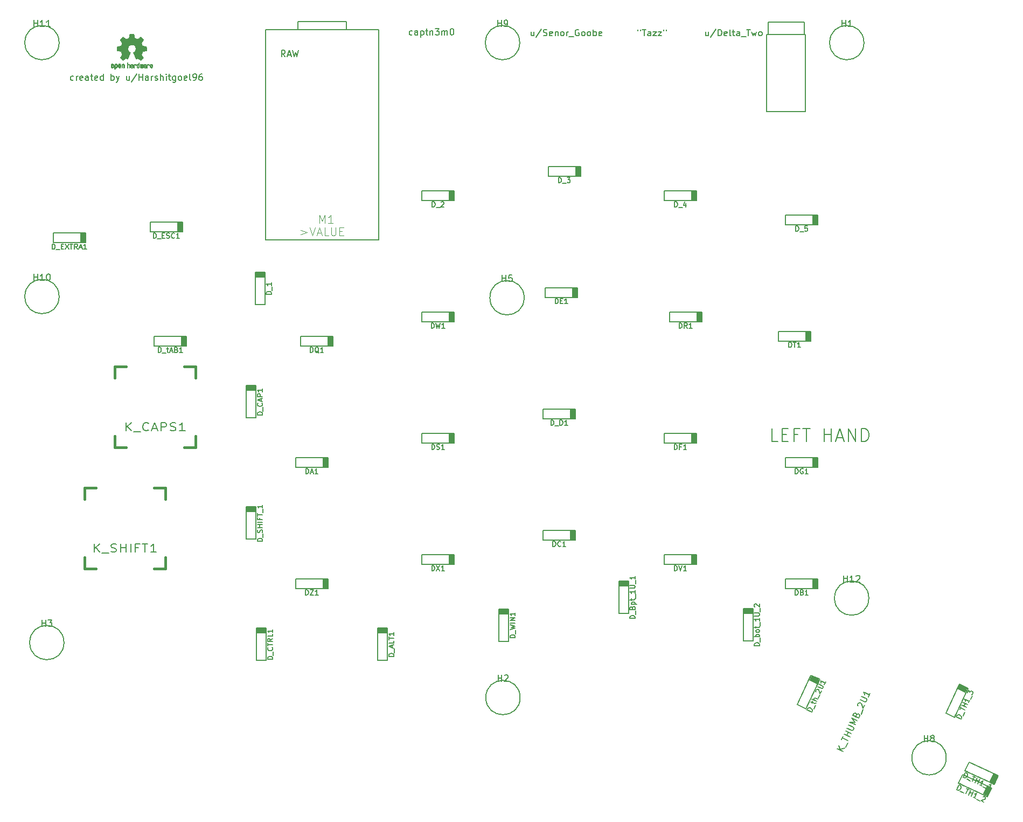
<source format=gbr>
G04 #@! TF.GenerationSoftware,KiCad,Pcbnew,(5.1.5)-3*
G04 #@! TF.CreationDate,2020-06-21T18:11:26+05:30*
G04 #@! TF.ProjectId,ergocape,6572676f-6361-4706-952e-6b696361645f,rev?*
G04 #@! TF.SameCoordinates,Original*
G04 #@! TF.FileFunction,Legend,Top*
G04 #@! TF.FilePolarity,Positive*
%FSLAX46Y46*%
G04 Gerber Fmt 4.6, Leading zero omitted, Abs format (unit mm)*
G04 Created by KiCad (PCBNEW (5.1.5)-3) date 2020-06-21 18:11:26*
%MOMM*%
%LPD*%
G04 APERTURE LIST*
%ADD10C,0.150000*%
%ADD11C,0.127000*%
%ADD12C,0.010000*%
%ADD13C,0.381000*%
%ADD14C,0.101600*%
%ADD15C,0.200000*%
%ADD16C,0.203200*%
G04 APERTURE END LIST*
D10*
X45086238Y-26439761D02*
X44991000Y-26487380D01*
X44800523Y-26487380D01*
X44705285Y-26439761D01*
X44657666Y-26392142D01*
X44610047Y-26296904D01*
X44610047Y-26011190D01*
X44657666Y-25915952D01*
X44705285Y-25868333D01*
X44800523Y-25820714D01*
X44991000Y-25820714D01*
X45086238Y-25868333D01*
X45514809Y-26487380D02*
X45514809Y-25820714D01*
X45514809Y-26011190D02*
X45562428Y-25915952D01*
X45610047Y-25868333D01*
X45705285Y-25820714D01*
X45800523Y-25820714D01*
X46514809Y-26439761D02*
X46419571Y-26487380D01*
X46229095Y-26487380D01*
X46133857Y-26439761D01*
X46086238Y-26344523D01*
X46086238Y-25963571D01*
X46133857Y-25868333D01*
X46229095Y-25820714D01*
X46419571Y-25820714D01*
X46514809Y-25868333D01*
X46562428Y-25963571D01*
X46562428Y-26058809D01*
X46086238Y-26154047D01*
X47419571Y-26487380D02*
X47419571Y-25963571D01*
X47371952Y-25868333D01*
X47276714Y-25820714D01*
X47086238Y-25820714D01*
X46991000Y-25868333D01*
X47419571Y-26439761D02*
X47324333Y-26487380D01*
X47086238Y-26487380D01*
X46991000Y-26439761D01*
X46943380Y-26344523D01*
X46943380Y-26249285D01*
X46991000Y-26154047D01*
X47086238Y-26106428D01*
X47324333Y-26106428D01*
X47419571Y-26058809D01*
X47752904Y-25820714D02*
X48133857Y-25820714D01*
X47895761Y-25487380D02*
X47895761Y-26344523D01*
X47943380Y-26439761D01*
X48038619Y-26487380D01*
X48133857Y-26487380D01*
X48848142Y-26439761D02*
X48752904Y-26487380D01*
X48562428Y-26487380D01*
X48467190Y-26439761D01*
X48419571Y-26344523D01*
X48419571Y-25963571D01*
X48467190Y-25868333D01*
X48562428Y-25820714D01*
X48752904Y-25820714D01*
X48848142Y-25868333D01*
X48895761Y-25963571D01*
X48895761Y-26058809D01*
X48419571Y-26154047D01*
X49752904Y-26487380D02*
X49752904Y-25487380D01*
X49752904Y-26439761D02*
X49657666Y-26487380D01*
X49467190Y-26487380D01*
X49371952Y-26439761D01*
X49324333Y-26392142D01*
X49276714Y-26296904D01*
X49276714Y-26011190D01*
X49324333Y-25915952D01*
X49371952Y-25868333D01*
X49467190Y-25820714D01*
X49657666Y-25820714D01*
X49752904Y-25868333D01*
X50991000Y-26487380D02*
X50991000Y-25487380D01*
X50991000Y-25868333D02*
X51086238Y-25820714D01*
X51276714Y-25820714D01*
X51371952Y-25868333D01*
X51419571Y-25915952D01*
X51467190Y-26011190D01*
X51467190Y-26296904D01*
X51419571Y-26392142D01*
X51371952Y-26439761D01*
X51276714Y-26487380D01*
X51086238Y-26487380D01*
X50991000Y-26439761D01*
X51800523Y-25820714D02*
X52038619Y-26487380D01*
X52276714Y-25820714D02*
X52038619Y-26487380D01*
X51943380Y-26725476D01*
X51895761Y-26773095D01*
X51800523Y-26820714D01*
X53848142Y-25820714D02*
X53848142Y-26487380D01*
X53419571Y-25820714D02*
X53419571Y-26344523D01*
X53467190Y-26439761D01*
X53562428Y-26487380D01*
X53705285Y-26487380D01*
X53800523Y-26439761D01*
X53848142Y-26392142D01*
X55038619Y-25439761D02*
X54181476Y-26725476D01*
X55371952Y-26487380D02*
X55371952Y-25487380D01*
X55371952Y-25963571D02*
X55943380Y-25963571D01*
X55943380Y-26487380D02*
X55943380Y-25487380D01*
X56848142Y-26487380D02*
X56848142Y-25963571D01*
X56800523Y-25868333D01*
X56705285Y-25820714D01*
X56514809Y-25820714D01*
X56419571Y-25868333D01*
X56848142Y-26439761D02*
X56752904Y-26487380D01*
X56514809Y-26487380D01*
X56419571Y-26439761D01*
X56371952Y-26344523D01*
X56371952Y-26249285D01*
X56419571Y-26154047D01*
X56514809Y-26106428D01*
X56752904Y-26106428D01*
X56848142Y-26058809D01*
X57324333Y-26487380D02*
X57324333Y-25820714D01*
X57324333Y-26011190D02*
X57371952Y-25915952D01*
X57419571Y-25868333D01*
X57514809Y-25820714D01*
X57610047Y-25820714D01*
X57895761Y-26439761D02*
X57990999Y-26487380D01*
X58181476Y-26487380D01*
X58276714Y-26439761D01*
X58324333Y-26344523D01*
X58324333Y-26296904D01*
X58276714Y-26201666D01*
X58181476Y-26154047D01*
X58038619Y-26154047D01*
X57943380Y-26106428D01*
X57895761Y-26011190D01*
X57895761Y-25963571D01*
X57943380Y-25868333D01*
X58038619Y-25820714D01*
X58181476Y-25820714D01*
X58276714Y-25868333D01*
X58752904Y-26487380D02*
X58752904Y-25487380D01*
X59181476Y-26487380D02*
X59181476Y-25963571D01*
X59133857Y-25868333D01*
X59038619Y-25820714D01*
X58895761Y-25820714D01*
X58800523Y-25868333D01*
X58752904Y-25915952D01*
X59657666Y-26487380D02*
X59657666Y-25820714D01*
X59657666Y-25487380D02*
X59610047Y-25535000D01*
X59657666Y-25582619D01*
X59705285Y-25535000D01*
X59657666Y-25487380D01*
X59657666Y-25582619D01*
X59990999Y-25820714D02*
X60371952Y-25820714D01*
X60133857Y-25487380D02*
X60133857Y-26344523D01*
X60181476Y-26439761D01*
X60276714Y-26487380D01*
X60371952Y-26487380D01*
X61133857Y-25820714D02*
X61133857Y-26630238D01*
X61086238Y-26725476D01*
X61038619Y-26773095D01*
X60943380Y-26820714D01*
X60800523Y-26820714D01*
X60705285Y-26773095D01*
X61133857Y-26439761D02*
X61038619Y-26487380D01*
X60848142Y-26487380D01*
X60752904Y-26439761D01*
X60705285Y-26392142D01*
X60657666Y-26296904D01*
X60657666Y-26011190D01*
X60705285Y-25915952D01*
X60752904Y-25868333D01*
X60848142Y-25820714D01*
X61038619Y-25820714D01*
X61133857Y-25868333D01*
X61752904Y-26487380D02*
X61657666Y-26439761D01*
X61610047Y-26392142D01*
X61562428Y-26296904D01*
X61562428Y-26011190D01*
X61610047Y-25915952D01*
X61657666Y-25868333D01*
X61752904Y-25820714D01*
X61895761Y-25820714D01*
X61990999Y-25868333D01*
X62038619Y-25915952D01*
X62086238Y-26011190D01*
X62086238Y-26296904D01*
X62038619Y-26392142D01*
X61990999Y-26439761D01*
X61895761Y-26487380D01*
X61752904Y-26487380D01*
X62895761Y-26439761D02*
X62800523Y-26487380D01*
X62610047Y-26487380D01*
X62514809Y-26439761D01*
X62467190Y-26344523D01*
X62467190Y-25963571D01*
X62514809Y-25868333D01*
X62610047Y-25820714D01*
X62800523Y-25820714D01*
X62895761Y-25868333D01*
X62943380Y-25963571D01*
X62943380Y-26058809D01*
X62467190Y-26154047D01*
X63514809Y-26487380D02*
X63419571Y-26439761D01*
X63371952Y-26344523D01*
X63371952Y-25487380D01*
X63943380Y-26487380D02*
X64133857Y-26487380D01*
X64229095Y-26439761D01*
X64276714Y-26392142D01*
X64371952Y-26249285D01*
X64419571Y-26058809D01*
X64419571Y-25677857D01*
X64371952Y-25582619D01*
X64324333Y-25535000D01*
X64229095Y-25487380D01*
X64038619Y-25487380D01*
X63943380Y-25535000D01*
X63895761Y-25582619D01*
X63848142Y-25677857D01*
X63848142Y-25915952D01*
X63895761Y-26011190D01*
X63943380Y-26058809D01*
X64038619Y-26106428D01*
X64229095Y-26106428D01*
X64324333Y-26058809D01*
X64371952Y-26011190D01*
X64419571Y-25915952D01*
X65276714Y-25487380D02*
X65086238Y-25487380D01*
X64990999Y-25535000D01*
X64943380Y-25582619D01*
X64848142Y-25725476D01*
X64800523Y-25915952D01*
X64800523Y-26296904D01*
X64848142Y-26392142D01*
X64895761Y-26439761D01*
X64990999Y-26487380D01*
X65181476Y-26487380D01*
X65276714Y-26439761D01*
X65324333Y-26392142D01*
X65371952Y-26296904D01*
X65371952Y-26058809D01*
X65324333Y-25963571D01*
X65276714Y-25915952D01*
X65181476Y-25868333D01*
X64990999Y-25868333D01*
X64895761Y-25915952D01*
X64848142Y-25963571D01*
X64800523Y-26058809D01*
X98322238Y-19327761D02*
X98227000Y-19375380D01*
X98036523Y-19375380D01*
X97941285Y-19327761D01*
X97893666Y-19280142D01*
X97846047Y-19184904D01*
X97846047Y-18899190D01*
X97893666Y-18803952D01*
X97941285Y-18756333D01*
X98036523Y-18708714D01*
X98227000Y-18708714D01*
X98322238Y-18756333D01*
X99179380Y-19375380D02*
X99179380Y-18851571D01*
X99131761Y-18756333D01*
X99036523Y-18708714D01*
X98846047Y-18708714D01*
X98750809Y-18756333D01*
X99179380Y-19327761D02*
X99084142Y-19375380D01*
X98846047Y-19375380D01*
X98750809Y-19327761D01*
X98703190Y-19232523D01*
X98703190Y-19137285D01*
X98750809Y-19042047D01*
X98846047Y-18994428D01*
X99084142Y-18994428D01*
X99179380Y-18946809D01*
X99655571Y-18708714D02*
X99655571Y-19708714D01*
X99655571Y-18756333D02*
X99750809Y-18708714D01*
X99941285Y-18708714D01*
X100036523Y-18756333D01*
X100084142Y-18803952D01*
X100131761Y-18899190D01*
X100131761Y-19184904D01*
X100084142Y-19280142D01*
X100036523Y-19327761D01*
X99941285Y-19375380D01*
X99750809Y-19375380D01*
X99655571Y-19327761D01*
X100417476Y-18708714D02*
X100798428Y-18708714D01*
X100560333Y-18375380D02*
X100560333Y-19232523D01*
X100607952Y-19327761D01*
X100703190Y-19375380D01*
X100798428Y-19375380D01*
X101131761Y-18708714D02*
X101131761Y-19375380D01*
X101131761Y-18803952D02*
X101179380Y-18756333D01*
X101274619Y-18708714D01*
X101417476Y-18708714D01*
X101512714Y-18756333D01*
X101560333Y-18851571D01*
X101560333Y-19375380D01*
X101941285Y-18375380D02*
X102560333Y-18375380D01*
X102227000Y-18756333D01*
X102369857Y-18756333D01*
X102465095Y-18803952D01*
X102512714Y-18851571D01*
X102560333Y-18946809D01*
X102560333Y-19184904D01*
X102512714Y-19280142D01*
X102465095Y-19327761D01*
X102369857Y-19375380D01*
X102084142Y-19375380D01*
X101988904Y-19327761D01*
X101941285Y-19280142D01*
X102988904Y-19375380D02*
X102988904Y-18708714D01*
X102988904Y-18803952D02*
X103036523Y-18756333D01*
X103131761Y-18708714D01*
X103274619Y-18708714D01*
X103369857Y-18756333D01*
X103417476Y-18851571D01*
X103417476Y-19375380D01*
X103417476Y-18851571D02*
X103465095Y-18756333D01*
X103560333Y-18708714D01*
X103703190Y-18708714D01*
X103798428Y-18756333D01*
X103846047Y-18851571D01*
X103846047Y-19375380D01*
X104512714Y-18375380D02*
X104607952Y-18375380D01*
X104703190Y-18423000D01*
X104750809Y-18470619D01*
X104798428Y-18565857D01*
X104846047Y-18756333D01*
X104846047Y-18994428D01*
X104798428Y-19184904D01*
X104750809Y-19280142D01*
X104703190Y-19327761D01*
X104607952Y-19375380D01*
X104512714Y-19375380D01*
X104417476Y-19327761D01*
X104369857Y-19280142D01*
X104322238Y-19184904D01*
X104274619Y-18994428D01*
X104274619Y-18756333D01*
X104322238Y-18565857D01*
X104369857Y-18470619D01*
X104417476Y-18423000D01*
X104512714Y-18375380D01*
X144867809Y-18835714D02*
X144867809Y-19502380D01*
X144439238Y-18835714D02*
X144439238Y-19359523D01*
X144486857Y-19454761D01*
X144582095Y-19502380D01*
X144724952Y-19502380D01*
X144820190Y-19454761D01*
X144867809Y-19407142D01*
X146058285Y-18454761D02*
X145201142Y-19740476D01*
X146391619Y-19502380D02*
X146391619Y-18502380D01*
X146629714Y-18502380D01*
X146772571Y-18550000D01*
X146867809Y-18645238D01*
X146915428Y-18740476D01*
X146963047Y-18930952D01*
X146963047Y-19073809D01*
X146915428Y-19264285D01*
X146867809Y-19359523D01*
X146772571Y-19454761D01*
X146629714Y-19502380D01*
X146391619Y-19502380D01*
X147772571Y-19454761D02*
X147677333Y-19502380D01*
X147486857Y-19502380D01*
X147391619Y-19454761D01*
X147344000Y-19359523D01*
X147344000Y-18978571D01*
X147391619Y-18883333D01*
X147486857Y-18835714D01*
X147677333Y-18835714D01*
X147772571Y-18883333D01*
X147820190Y-18978571D01*
X147820190Y-19073809D01*
X147344000Y-19169047D01*
X148391619Y-19502380D02*
X148296380Y-19454761D01*
X148248761Y-19359523D01*
X148248761Y-18502380D01*
X148629714Y-18835714D02*
X149010666Y-18835714D01*
X148772571Y-18502380D02*
X148772571Y-19359523D01*
X148820190Y-19454761D01*
X148915428Y-19502380D01*
X149010666Y-19502380D01*
X149772571Y-19502380D02*
X149772571Y-18978571D01*
X149724952Y-18883333D01*
X149629714Y-18835714D01*
X149439238Y-18835714D01*
X149344000Y-18883333D01*
X149772571Y-19454761D02*
X149677333Y-19502380D01*
X149439238Y-19502380D01*
X149344000Y-19454761D01*
X149296380Y-19359523D01*
X149296380Y-19264285D01*
X149344000Y-19169047D01*
X149439238Y-19121428D01*
X149677333Y-19121428D01*
X149772571Y-19073809D01*
X150010666Y-19597619D02*
X150772571Y-19597619D01*
X150867809Y-18502380D02*
X151439238Y-18502380D01*
X151153523Y-19502380D02*
X151153523Y-18502380D01*
X151677333Y-18835714D02*
X151867809Y-19502380D01*
X152058285Y-19026190D01*
X152248761Y-19502380D01*
X152439238Y-18835714D01*
X152963047Y-19502380D02*
X152867809Y-19454761D01*
X152820190Y-19407142D01*
X152772571Y-19311904D01*
X152772571Y-19026190D01*
X152820190Y-18930952D01*
X152867809Y-18883333D01*
X152963047Y-18835714D01*
X153105904Y-18835714D01*
X153201142Y-18883333D01*
X153248761Y-18930952D01*
X153296380Y-19026190D01*
X153296380Y-19311904D01*
X153248761Y-19407142D01*
X153201142Y-19454761D01*
X153105904Y-19502380D01*
X152963047Y-19502380D01*
X133802714Y-18502380D02*
X133802714Y-18692857D01*
X134183666Y-18502380D02*
X134183666Y-18692857D01*
X134469380Y-18502380D02*
X135040809Y-18502380D01*
X134755095Y-19502380D02*
X134755095Y-18502380D01*
X135802714Y-19502380D02*
X135802714Y-18978571D01*
X135755095Y-18883333D01*
X135659857Y-18835714D01*
X135469380Y-18835714D01*
X135374142Y-18883333D01*
X135802714Y-19454761D02*
X135707476Y-19502380D01*
X135469380Y-19502380D01*
X135374142Y-19454761D01*
X135326523Y-19359523D01*
X135326523Y-19264285D01*
X135374142Y-19169047D01*
X135469380Y-19121428D01*
X135707476Y-19121428D01*
X135802714Y-19073809D01*
X136183666Y-18835714D02*
X136707476Y-18835714D01*
X136183666Y-19502380D01*
X136707476Y-19502380D01*
X136993190Y-18835714D02*
X137517000Y-18835714D01*
X136993190Y-19502380D01*
X137517000Y-19502380D01*
X137850333Y-18502380D02*
X137850333Y-18692857D01*
X138231285Y-18502380D02*
X138231285Y-18692857D01*
X117459761Y-18835714D02*
X117459761Y-19502380D01*
X117031190Y-18835714D02*
X117031190Y-19359523D01*
X117078809Y-19454761D01*
X117174047Y-19502380D01*
X117316904Y-19502380D01*
X117412142Y-19454761D01*
X117459761Y-19407142D01*
X118650238Y-18454761D02*
X117793095Y-19740476D01*
X118935952Y-19454761D02*
X119078809Y-19502380D01*
X119316904Y-19502380D01*
X119412142Y-19454761D01*
X119459761Y-19407142D01*
X119507380Y-19311904D01*
X119507380Y-19216666D01*
X119459761Y-19121428D01*
X119412142Y-19073809D01*
X119316904Y-19026190D01*
X119126428Y-18978571D01*
X119031190Y-18930952D01*
X118983571Y-18883333D01*
X118935952Y-18788095D01*
X118935952Y-18692857D01*
X118983571Y-18597619D01*
X119031190Y-18550000D01*
X119126428Y-18502380D01*
X119364523Y-18502380D01*
X119507380Y-18550000D01*
X120316904Y-19454761D02*
X120221666Y-19502380D01*
X120031190Y-19502380D01*
X119935952Y-19454761D01*
X119888333Y-19359523D01*
X119888333Y-18978571D01*
X119935952Y-18883333D01*
X120031190Y-18835714D01*
X120221666Y-18835714D01*
X120316904Y-18883333D01*
X120364523Y-18978571D01*
X120364523Y-19073809D01*
X119888333Y-19169047D01*
X120793095Y-18835714D02*
X120793095Y-19502380D01*
X120793095Y-18930952D02*
X120840714Y-18883333D01*
X120935952Y-18835714D01*
X121078809Y-18835714D01*
X121174047Y-18883333D01*
X121221666Y-18978571D01*
X121221666Y-19502380D01*
X121840714Y-19502380D02*
X121745476Y-19454761D01*
X121697857Y-19407142D01*
X121650238Y-19311904D01*
X121650238Y-19026190D01*
X121697857Y-18930952D01*
X121745476Y-18883333D01*
X121840714Y-18835714D01*
X121983571Y-18835714D01*
X122078809Y-18883333D01*
X122126428Y-18930952D01*
X122174047Y-19026190D01*
X122174047Y-19311904D01*
X122126428Y-19407142D01*
X122078809Y-19454761D01*
X121983571Y-19502380D01*
X121840714Y-19502380D01*
X122602619Y-19502380D02*
X122602619Y-18835714D01*
X122602619Y-19026190D02*
X122650238Y-18930952D01*
X122697857Y-18883333D01*
X122793095Y-18835714D01*
X122888333Y-18835714D01*
X122983571Y-19597619D02*
X123745476Y-19597619D01*
X124507380Y-18550000D02*
X124412142Y-18502380D01*
X124269285Y-18502380D01*
X124126428Y-18550000D01*
X124031190Y-18645238D01*
X123983571Y-18740476D01*
X123935952Y-18930952D01*
X123935952Y-19073809D01*
X123983571Y-19264285D01*
X124031190Y-19359523D01*
X124126428Y-19454761D01*
X124269285Y-19502380D01*
X124364523Y-19502380D01*
X124507380Y-19454761D01*
X124555000Y-19407142D01*
X124555000Y-19073809D01*
X124364523Y-19073809D01*
X125126428Y-19502380D02*
X125031190Y-19454761D01*
X124983571Y-19407142D01*
X124935952Y-19311904D01*
X124935952Y-19026190D01*
X124983571Y-18930952D01*
X125031190Y-18883333D01*
X125126428Y-18835714D01*
X125269285Y-18835714D01*
X125364523Y-18883333D01*
X125412142Y-18930952D01*
X125459761Y-19026190D01*
X125459761Y-19311904D01*
X125412142Y-19407142D01*
X125364523Y-19454761D01*
X125269285Y-19502380D01*
X125126428Y-19502380D01*
X126031190Y-19502380D02*
X125935952Y-19454761D01*
X125888333Y-19407142D01*
X125840714Y-19311904D01*
X125840714Y-19026190D01*
X125888333Y-18930952D01*
X125935952Y-18883333D01*
X126031190Y-18835714D01*
X126174047Y-18835714D01*
X126269285Y-18883333D01*
X126316904Y-18930952D01*
X126364523Y-19026190D01*
X126364523Y-19311904D01*
X126316904Y-19407142D01*
X126269285Y-19454761D01*
X126174047Y-19502380D01*
X126031190Y-19502380D01*
X126793095Y-19502380D02*
X126793095Y-18502380D01*
X126793095Y-18883333D02*
X126888333Y-18835714D01*
X127078809Y-18835714D01*
X127174047Y-18883333D01*
X127221666Y-18930952D01*
X127269285Y-19026190D01*
X127269285Y-19311904D01*
X127221666Y-19407142D01*
X127174047Y-19454761D01*
X127078809Y-19502380D01*
X126888333Y-19502380D01*
X126793095Y-19454761D01*
X128078809Y-19454761D02*
X127983571Y-19502380D01*
X127793095Y-19502380D01*
X127697857Y-19454761D01*
X127650238Y-19359523D01*
X127650238Y-18978571D01*
X127697857Y-18883333D01*
X127793095Y-18835714D01*
X127983571Y-18835714D01*
X128078809Y-18883333D01*
X128126428Y-18978571D01*
X128126428Y-19073809D01*
X127650238Y-19169047D01*
X155813952Y-83200761D02*
X154861571Y-83200761D01*
X154861571Y-81200761D01*
X156480619Y-82153142D02*
X157147285Y-82153142D01*
X157433000Y-83200761D02*
X156480619Y-83200761D01*
X156480619Y-81200761D01*
X157433000Y-81200761D01*
X158956809Y-82153142D02*
X158290142Y-82153142D01*
X158290142Y-83200761D02*
X158290142Y-81200761D01*
X159242523Y-81200761D01*
X159718714Y-81200761D02*
X160861571Y-81200761D01*
X160290142Y-83200761D02*
X160290142Y-81200761D01*
X163052047Y-83200761D02*
X163052047Y-81200761D01*
X163052047Y-82153142D02*
X164194904Y-82153142D01*
X164194904Y-83200761D02*
X164194904Y-81200761D01*
X165052047Y-82629333D02*
X166004428Y-82629333D01*
X164861571Y-83200761D02*
X165528238Y-81200761D01*
X166194904Y-83200761D01*
X166861571Y-83200761D02*
X166861571Y-81200761D01*
X168004428Y-83200761D01*
X168004428Y-81200761D01*
X168956809Y-83200761D02*
X168956809Y-81200761D01*
X169433000Y-81200761D01*
X169718714Y-81296000D01*
X169909190Y-81486476D01*
X170004428Y-81676952D01*
X170099666Y-82057904D01*
X170099666Y-82343619D01*
X170004428Y-82724571D01*
X169909190Y-82915047D01*
X169718714Y-83105523D01*
X169433000Y-83200761D01*
X168956809Y-83200761D01*
D11*
X75234800Y-51536600D02*
X93014800Y-51536600D01*
X93014800Y-18516600D02*
X75234800Y-18516600D01*
X87934800Y-17246600D02*
X87934800Y-18516600D01*
X93014800Y-51536600D02*
X93014800Y-18516600D01*
X80314800Y-18516600D02*
X80314800Y-17246600D01*
X80314800Y-17246600D02*
X87934800Y-17246600D01*
X75234800Y-18516600D02*
X75234800Y-51536600D01*
D12*
G36*
X54332910Y-19213348D02*
G01*
X54411454Y-19213778D01*
X54468298Y-19214942D01*
X54507105Y-19217207D01*
X54531538Y-19220940D01*
X54545262Y-19226506D01*
X54551940Y-19234273D01*
X54555236Y-19244605D01*
X54555556Y-19245943D01*
X54560562Y-19270079D01*
X54569829Y-19317701D01*
X54582392Y-19383741D01*
X54597287Y-19463128D01*
X54613551Y-19550796D01*
X54614119Y-19553875D01*
X54630410Y-19639789D01*
X54645652Y-19715696D01*
X54658861Y-19777045D01*
X54669054Y-19819282D01*
X54675248Y-19837855D01*
X54675543Y-19838184D01*
X54693788Y-19847253D01*
X54731405Y-19862367D01*
X54780271Y-19880262D01*
X54780543Y-19880358D01*
X54842093Y-19903493D01*
X54914657Y-19932965D01*
X54983057Y-19962597D01*
X54986294Y-19964062D01*
X55097702Y-20014626D01*
X55344399Y-19846160D01*
X55420077Y-19794803D01*
X55488631Y-19748889D01*
X55546088Y-19711030D01*
X55588476Y-19683837D01*
X55611825Y-19669921D01*
X55614042Y-19668889D01*
X55631010Y-19673484D01*
X55662701Y-19695655D01*
X55710352Y-19736447D01*
X55775198Y-19796905D01*
X55841397Y-19861227D01*
X55905214Y-19924612D01*
X55962329Y-19982451D01*
X56009305Y-20031175D01*
X56042703Y-20067210D01*
X56059085Y-20086984D01*
X56059694Y-20088002D01*
X56061505Y-20101572D01*
X56054683Y-20123733D01*
X56037540Y-20157478D01*
X56008393Y-20205800D01*
X55965555Y-20271692D01*
X55908448Y-20356517D01*
X55857766Y-20431177D01*
X55812461Y-20498140D01*
X55775150Y-20553516D01*
X55748452Y-20593420D01*
X55734985Y-20613962D01*
X55734137Y-20615356D01*
X55735781Y-20635038D01*
X55748245Y-20673293D01*
X55769048Y-20722889D01*
X55776462Y-20738728D01*
X55808814Y-20809290D01*
X55843328Y-20889353D01*
X55871365Y-20958629D01*
X55891568Y-21010045D01*
X55907615Y-21049119D01*
X55916888Y-21069541D01*
X55918041Y-21071114D01*
X55935096Y-21073721D01*
X55975298Y-21080863D01*
X56033302Y-21091523D01*
X56103763Y-21104685D01*
X56181335Y-21119333D01*
X56260672Y-21134449D01*
X56336431Y-21149018D01*
X56403264Y-21162022D01*
X56455828Y-21172445D01*
X56488776Y-21179270D01*
X56496857Y-21181199D01*
X56505205Y-21185962D01*
X56511506Y-21196718D01*
X56516045Y-21217098D01*
X56519104Y-21250734D01*
X56520967Y-21301255D01*
X56521918Y-21372292D01*
X56522240Y-21467476D01*
X56522257Y-21506492D01*
X56522257Y-21823799D01*
X56446057Y-21838839D01*
X56403663Y-21846995D01*
X56340400Y-21858899D01*
X56263962Y-21873116D01*
X56182043Y-21888210D01*
X56159400Y-21892355D01*
X56083806Y-21907053D01*
X56017953Y-21921505D01*
X55967366Y-21934375D01*
X55937574Y-21944322D01*
X55932612Y-21947287D01*
X55920426Y-21968283D01*
X55902953Y-22008967D01*
X55883577Y-22061322D01*
X55879734Y-22072600D01*
X55854339Y-22142523D01*
X55822817Y-22221418D01*
X55791969Y-22292266D01*
X55791817Y-22292595D01*
X55740447Y-22403733D01*
X55909399Y-22652253D01*
X56078352Y-22900772D01*
X55861429Y-23118058D01*
X55795819Y-23182726D01*
X55735979Y-23239733D01*
X55685267Y-23286033D01*
X55647046Y-23318584D01*
X55624675Y-23334343D01*
X55621466Y-23335343D01*
X55602626Y-23327469D01*
X55564180Y-23305578D01*
X55510330Y-23272267D01*
X55445276Y-23230131D01*
X55374940Y-23182943D01*
X55303555Y-23134810D01*
X55239908Y-23092928D01*
X55188041Y-23059871D01*
X55151995Y-23038218D01*
X55135867Y-23030543D01*
X55116189Y-23037037D01*
X55078875Y-23054150D01*
X55031621Y-23078326D01*
X55026612Y-23081013D01*
X54962977Y-23112927D01*
X54919341Y-23128579D01*
X54892202Y-23128745D01*
X54878057Y-23114204D01*
X54877975Y-23114000D01*
X54870905Y-23096779D01*
X54854042Y-23055899D01*
X54828695Y-22994525D01*
X54796171Y-22915819D01*
X54757778Y-22822947D01*
X54714822Y-22719072D01*
X54673222Y-22618502D01*
X54627504Y-22507516D01*
X54585526Y-22404703D01*
X54548548Y-22313215D01*
X54517827Y-22236201D01*
X54494622Y-22176815D01*
X54480190Y-22138209D01*
X54475743Y-22123800D01*
X54486896Y-22107272D01*
X54516069Y-22080930D01*
X54554971Y-22051887D01*
X54665757Y-21960039D01*
X54752351Y-21854759D01*
X54813716Y-21738266D01*
X54848815Y-21612776D01*
X54856608Y-21480507D01*
X54850943Y-21419457D01*
X54820078Y-21292795D01*
X54766920Y-21180941D01*
X54694767Y-21085001D01*
X54606917Y-21006076D01*
X54506665Y-20945270D01*
X54397310Y-20903687D01*
X54282147Y-20882428D01*
X54164475Y-20882599D01*
X54047590Y-20905301D01*
X53934789Y-20951638D01*
X53829369Y-21022713D01*
X53785368Y-21062911D01*
X53700979Y-21166129D01*
X53642222Y-21278925D01*
X53608704Y-21398010D01*
X53600035Y-21520095D01*
X53615823Y-21641893D01*
X53655678Y-21760116D01*
X53719207Y-21871475D01*
X53806021Y-21972684D01*
X53903029Y-22051887D01*
X53943437Y-22082162D01*
X53971982Y-22108219D01*
X53982257Y-22123825D01*
X53976877Y-22140843D01*
X53961575Y-22181500D01*
X53937612Y-22242642D01*
X53906244Y-22321119D01*
X53868732Y-22413780D01*
X53826333Y-22517472D01*
X53784663Y-22618526D01*
X53738690Y-22729607D01*
X53696107Y-22832541D01*
X53658221Y-22924165D01*
X53626340Y-23001316D01*
X53601771Y-23060831D01*
X53585820Y-23099544D01*
X53579910Y-23114000D01*
X53565948Y-23128685D01*
X53538940Y-23128642D01*
X53495413Y-23113099D01*
X53431890Y-23081284D01*
X53431388Y-23081013D01*
X53383560Y-23056323D01*
X53344897Y-23038338D01*
X53323095Y-23030614D01*
X53322133Y-23030543D01*
X53305721Y-23038378D01*
X53269487Y-23060165D01*
X53217474Y-23093328D01*
X53153725Y-23135291D01*
X53083060Y-23182943D01*
X53011116Y-23231191D01*
X52946274Y-23273151D01*
X52892735Y-23306227D01*
X52854697Y-23327821D01*
X52836533Y-23335343D01*
X52819808Y-23325457D01*
X52786180Y-23297826D01*
X52739010Y-23255495D01*
X52681658Y-23201505D01*
X52617484Y-23138899D01*
X52596497Y-23117983D01*
X52379499Y-22900623D01*
X52544668Y-22658220D01*
X52594864Y-22583781D01*
X52638919Y-22516972D01*
X52674362Y-22461665D01*
X52698719Y-22421729D01*
X52709522Y-22401036D01*
X52709838Y-22399563D01*
X52704143Y-22380058D01*
X52688826Y-22340822D01*
X52666537Y-22288430D01*
X52650893Y-22253355D01*
X52621641Y-22186201D01*
X52594094Y-22118358D01*
X52572737Y-22061034D01*
X52566935Y-22043572D01*
X52550452Y-21996938D01*
X52534340Y-21960905D01*
X52525490Y-21947287D01*
X52505960Y-21938952D01*
X52463334Y-21927137D01*
X52403145Y-21913181D01*
X52330922Y-21898422D01*
X52298600Y-21892355D01*
X52216522Y-21877273D01*
X52137795Y-21862669D01*
X52070109Y-21849980D01*
X52021160Y-21840642D01*
X52011943Y-21838839D01*
X51935743Y-21823799D01*
X51935743Y-21506492D01*
X51935914Y-21402154D01*
X51936616Y-21323213D01*
X51938134Y-21266038D01*
X51940749Y-21226999D01*
X51944746Y-21202465D01*
X51950409Y-21188805D01*
X51958020Y-21182389D01*
X51961143Y-21181199D01*
X51979978Y-21176980D01*
X52021588Y-21168562D01*
X52080630Y-21156961D01*
X52151757Y-21143195D01*
X52229625Y-21128280D01*
X52308887Y-21113232D01*
X52384198Y-21099069D01*
X52450213Y-21086806D01*
X52501587Y-21077461D01*
X52532975Y-21072050D01*
X52539959Y-21071114D01*
X52546285Y-21058596D01*
X52560290Y-21025246D01*
X52579355Y-20977377D01*
X52586634Y-20958629D01*
X52615996Y-20886195D01*
X52650571Y-20806170D01*
X52681537Y-20738728D01*
X52704323Y-20687159D01*
X52719482Y-20644785D01*
X52724542Y-20618834D01*
X52723736Y-20615356D01*
X52713041Y-20598936D01*
X52688620Y-20562417D01*
X52653095Y-20509687D01*
X52609087Y-20444635D01*
X52559217Y-20371151D01*
X52549356Y-20356645D01*
X52491492Y-20270704D01*
X52448956Y-20205261D01*
X52420054Y-20157304D01*
X52403090Y-20123820D01*
X52396367Y-20101795D01*
X52398190Y-20088217D01*
X52398236Y-20088131D01*
X52412586Y-20070297D01*
X52444323Y-20035817D01*
X52490010Y-19988268D01*
X52546204Y-19931222D01*
X52609468Y-19868255D01*
X52616602Y-19861227D01*
X52696330Y-19784020D01*
X52757857Y-19727330D01*
X52802421Y-19690110D01*
X52831257Y-19671315D01*
X52843958Y-19668889D01*
X52862494Y-19679471D01*
X52900961Y-19703916D01*
X52955386Y-19739612D01*
X53021798Y-19783947D01*
X53096225Y-19834311D01*
X53113601Y-19846160D01*
X53360297Y-20014626D01*
X53471706Y-19964062D01*
X53539457Y-19934595D01*
X53612183Y-19904959D01*
X53674703Y-19881330D01*
X53677457Y-19880358D01*
X53726360Y-19862457D01*
X53764057Y-19847320D01*
X53782425Y-19838210D01*
X53782456Y-19838184D01*
X53788285Y-19821717D01*
X53798192Y-19781219D01*
X53811195Y-19721242D01*
X53826309Y-19646340D01*
X53842552Y-19561064D01*
X53843881Y-19553875D01*
X53860175Y-19466014D01*
X53875133Y-19386260D01*
X53887791Y-19319681D01*
X53897186Y-19271347D01*
X53902354Y-19246325D01*
X53902444Y-19245943D01*
X53905589Y-19235299D01*
X53911704Y-19227262D01*
X53924453Y-19221467D01*
X53947500Y-19217547D01*
X53984509Y-19215135D01*
X54039144Y-19213865D01*
X54115067Y-19213371D01*
X54215944Y-19213286D01*
X54229000Y-19213286D01*
X54332910Y-19213348D01*
G37*
X54332910Y-19213348D02*
X54411454Y-19213778D01*
X54468298Y-19214942D01*
X54507105Y-19217207D01*
X54531538Y-19220940D01*
X54545262Y-19226506D01*
X54551940Y-19234273D01*
X54555236Y-19244605D01*
X54555556Y-19245943D01*
X54560562Y-19270079D01*
X54569829Y-19317701D01*
X54582392Y-19383741D01*
X54597287Y-19463128D01*
X54613551Y-19550796D01*
X54614119Y-19553875D01*
X54630410Y-19639789D01*
X54645652Y-19715696D01*
X54658861Y-19777045D01*
X54669054Y-19819282D01*
X54675248Y-19837855D01*
X54675543Y-19838184D01*
X54693788Y-19847253D01*
X54731405Y-19862367D01*
X54780271Y-19880262D01*
X54780543Y-19880358D01*
X54842093Y-19903493D01*
X54914657Y-19932965D01*
X54983057Y-19962597D01*
X54986294Y-19964062D01*
X55097702Y-20014626D01*
X55344399Y-19846160D01*
X55420077Y-19794803D01*
X55488631Y-19748889D01*
X55546088Y-19711030D01*
X55588476Y-19683837D01*
X55611825Y-19669921D01*
X55614042Y-19668889D01*
X55631010Y-19673484D01*
X55662701Y-19695655D01*
X55710352Y-19736447D01*
X55775198Y-19796905D01*
X55841397Y-19861227D01*
X55905214Y-19924612D01*
X55962329Y-19982451D01*
X56009305Y-20031175D01*
X56042703Y-20067210D01*
X56059085Y-20086984D01*
X56059694Y-20088002D01*
X56061505Y-20101572D01*
X56054683Y-20123733D01*
X56037540Y-20157478D01*
X56008393Y-20205800D01*
X55965555Y-20271692D01*
X55908448Y-20356517D01*
X55857766Y-20431177D01*
X55812461Y-20498140D01*
X55775150Y-20553516D01*
X55748452Y-20593420D01*
X55734985Y-20613962D01*
X55734137Y-20615356D01*
X55735781Y-20635038D01*
X55748245Y-20673293D01*
X55769048Y-20722889D01*
X55776462Y-20738728D01*
X55808814Y-20809290D01*
X55843328Y-20889353D01*
X55871365Y-20958629D01*
X55891568Y-21010045D01*
X55907615Y-21049119D01*
X55916888Y-21069541D01*
X55918041Y-21071114D01*
X55935096Y-21073721D01*
X55975298Y-21080863D01*
X56033302Y-21091523D01*
X56103763Y-21104685D01*
X56181335Y-21119333D01*
X56260672Y-21134449D01*
X56336431Y-21149018D01*
X56403264Y-21162022D01*
X56455828Y-21172445D01*
X56488776Y-21179270D01*
X56496857Y-21181199D01*
X56505205Y-21185962D01*
X56511506Y-21196718D01*
X56516045Y-21217098D01*
X56519104Y-21250734D01*
X56520967Y-21301255D01*
X56521918Y-21372292D01*
X56522240Y-21467476D01*
X56522257Y-21506492D01*
X56522257Y-21823799D01*
X56446057Y-21838839D01*
X56403663Y-21846995D01*
X56340400Y-21858899D01*
X56263962Y-21873116D01*
X56182043Y-21888210D01*
X56159400Y-21892355D01*
X56083806Y-21907053D01*
X56017953Y-21921505D01*
X55967366Y-21934375D01*
X55937574Y-21944322D01*
X55932612Y-21947287D01*
X55920426Y-21968283D01*
X55902953Y-22008967D01*
X55883577Y-22061322D01*
X55879734Y-22072600D01*
X55854339Y-22142523D01*
X55822817Y-22221418D01*
X55791969Y-22292266D01*
X55791817Y-22292595D01*
X55740447Y-22403733D01*
X55909399Y-22652253D01*
X56078352Y-22900772D01*
X55861429Y-23118058D01*
X55795819Y-23182726D01*
X55735979Y-23239733D01*
X55685267Y-23286033D01*
X55647046Y-23318584D01*
X55624675Y-23334343D01*
X55621466Y-23335343D01*
X55602626Y-23327469D01*
X55564180Y-23305578D01*
X55510330Y-23272267D01*
X55445276Y-23230131D01*
X55374940Y-23182943D01*
X55303555Y-23134810D01*
X55239908Y-23092928D01*
X55188041Y-23059871D01*
X55151995Y-23038218D01*
X55135867Y-23030543D01*
X55116189Y-23037037D01*
X55078875Y-23054150D01*
X55031621Y-23078326D01*
X55026612Y-23081013D01*
X54962977Y-23112927D01*
X54919341Y-23128579D01*
X54892202Y-23128745D01*
X54878057Y-23114204D01*
X54877975Y-23114000D01*
X54870905Y-23096779D01*
X54854042Y-23055899D01*
X54828695Y-22994525D01*
X54796171Y-22915819D01*
X54757778Y-22822947D01*
X54714822Y-22719072D01*
X54673222Y-22618502D01*
X54627504Y-22507516D01*
X54585526Y-22404703D01*
X54548548Y-22313215D01*
X54517827Y-22236201D01*
X54494622Y-22176815D01*
X54480190Y-22138209D01*
X54475743Y-22123800D01*
X54486896Y-22107272D01*
X54516069Y-22080930D01*
X54554971Y-22051887D01*
X54665757Y-21960039D01*
X54752351Y-21854759D01*
X54813716Y-21738266D01*
X54848815Y-21612776D01*
X54856608Y-21480507D01*
X54850943Y-21419457D01*
X54820078Y-21292795D01*
X54766920Y-21180941D01*
X54694767Y-21085001D01*
X54606917Y-21006076D01*
X54506665Y-20945270D01*
X54397310Y-20903687D01*
X54282147Y-20882428D01*
X54164475Y-20882599D01*
X54047590Y-20905301D01*
X53934789Y-20951638D01*
X53829369Y-21022713D01*
X53785368Y-21062911D01*
X53700979Y-21166129D01*
X53642222Y-21278925D01*
X53608704Y-21398010D01*
X53600035Y-21520095D01*
X53615823Y-21641893D01*
X53655678Y-21760116D01*
X53719207Y-21871475D01*
X53806021Y-21972684D01*
X53903029Y-22051887D01*
X53943437Y-22082162D01*
X53971982Y-22108219D01*
X53982257Y-22123825D01*
X53976877Y-22140843D01*
X53961575Y-22181500D01*
X53937612Y-22242642D01*
X53906244Y-22321119D01*
X53868732Y-22413780D01*
X53826333Y-22517472D01*
X53784663Y-22618526D01*
X53738690Y-22729607D01*
X53696107Y-22832541D01*
X53658221Y-22924165D01*
X53626340Y-23001316D01*
X53601771Y-23060831D01*
X53585820Y-23099544D01*
X53579910Y-23114000D01*
X53565948Y-23128685D01*
X53538940Y-23128642D01*
X53495413Y-23113099D01*
X53431890Y-23081284D01*
X53431388Y-23081013D01*
X53383560Y-23056323D01*
X53344897Y-23038338D01*
X53323095Y-23030614D01*
X53322133Y-23030543D01*
X53305721Y-23038378D01*
X53269487Y-23060165D01*
X53217474Y-23093328D01*
X53153725Y-23135291D01*
X53083060Y-23182943D01*
X53011116Y-23231191D01*
X52946274Y-23273151D01*
X52892735Y-23306227D01*
X52854697Y-23327821D01*
X52836533Y-23335343D01*
X52819808Y-23325457D01*
X52786180Y-23297826D01*
X52739010Y-23255495D01*
X52681658Y-23201505D01*
X52617484Y-23138899D01*
X52596497Y-23117983D01*
X52379499Y-22900623D01*
X52544668Y-22658220D01*
X52594864Y-22583781D01*
X52638919Y-22516972D01*
X52674362Y-22461665D01*
X52698719Y-22421729D01*
X52709522Y-22401036D01*
X52709838Y-22399563D01*
X52704143Y-22380058D01*
X52688826Y-22340822D01*
X52666537Y-22288430D01*
X52650893Y-22253355D01*
X52621641Y-22186201D01*
X52594094Y-22118358D01*
X52572737Y-22061034D01*
X52566935Y-22043572D01*
X52550452Y-21996938D01*
X52534340Y-21960905D01*
X52525490Y-21947287D01*
X52505960Y-21938952D01*
X52463334Y-21927137D01*
X52403145Y-21913181D01*
X52330922Y-21898422D01*
X52298600Y-21892355D01*
X52216522Y-21877273D01*
X52137795Y-21862669D01*
X52070109Y-21849980D01*
X52021160Y-21840642D01*
X52011943Y-21838839D01*
X51935743Y-21823799D01*
X51935743Y-21506492D01*
X51935914Y-21402154D01*
X51936616Y-21323213D01*
X51938134Y-21266038D01*
X51940749Y-21226999D01*
X51944746Y-21202465D01*
X51950409Y-21188805D01*
X51958020Y-21182389D01*
X51961143Y-21181199D01*
X51979978Y-21176980D01*
X52021588Y-21168562D01*
X52080630Y-21156961D01*
X52151757Y-21143195D01*
X52229625Y-21128280D01*
X52308887Y-21113232D01*
X52384198Y-21099069D01*
X52450213Y-21086806D01*
X52501587Y-21077461D01*
X52532975Y-21072050D01*
X52539959Y-21071114D01*
X52546285Y-21058596D01*
X52560290Y-21025246D01*
X52579355Y-20977377D01*
X52586634Y-20958629D01*
X52615996Y-20886195D01*
X52650571Y-20806170D01*
X52681537Y-20738728D01*
X52704323Y-20687159D01*
X52719482Y-20644785D01*
X52724542Y-20618834D01*
X52723736Y-20615356D01*
X52713041Y-20598936D01*
X52688620Y-20562417D01*
X52653095Y-20509687D01*
X52609087Y-20444635D01*
X52559217Y-20371151D01*
X52549356Y-20356645D01*
X52491492Y-20270704D01*
X52448956Y-20205261D01*
X52420054Y-20157304D01*
X52403090Y-20123820D01*
X52396367Y-20101795D01*
X52398190Y-20088217D01*
X52398236Y-20088131D01*
X52412586Y-20070297D01*
X52444323Y-20035817D01*
X52490010Y-19988268D01*
X52546204Y-19931222D01*
X52609468Y-19868255D01*
X52616602Y-19861227D01*
X52696330Y-19784020D01*
X52757857Y-19727330D01*
X52802421Y-19690110D01*
X52831257Y-19671315D01*
X52843958Y-19668889D01*
X52862494Y-19679471D01*
X52900961Y-19703916D01*
X52955386Y-19739612D01*
X53021798Y-19783947D01*
X53096225Y-19834311D01*
X53113601Y-19846160D01*
X53360297Y-20014626D01*
X53471706Y-19964062D01*
X53539457Y-19934595D01*
X53612183Y-19904959D01*
X53674703Y-19881330D01*
X53677457Y-19880358D01*
X53726360Y-19862457D01*
X53764057Y-19847320D01*
X53782425Y-19838210D01*
X53782456Y-19838184D01*
X53788285Y-19821717D01*
X53798192Y-19781219D01*
X53811195Y-19721242D01*
X53826309Y-19646340D01*
X53842552Y-19561064D01*
X53843881Y-19553875D01*
X53860175Y-19466014D01*
X53875133Y-19386260D01*
X53887791Y-19319681D01*
X53897186Y-19271347D01*
X53902354Y-19246325D01*
X53902444Y-19245943D01*
X53905589Y-19235299D01*
X53911704Y-19227262D01*
X53924453Y-19221467D01*
X53947500Y-19217547D01*
X53984509Y-19215135D01*
X54039144Y-19213865D01*
X54115067Y-19213371D01*
X54215944Y-19213286D01*
X54229000Y-19213286D01*
X54332910Y-19213348D01*
G36*
X57382595Y-23937966D02*
G01*
X57440021Y-23975497D01*
X57467719Y-24009096D01*
X57489662Y-24070064D01*
X57491405Y-24118308D01*
X57487457Y-24182816D01*
X57338686Y-24247934D01*
X57266349Y-24281202D01*
X57219084Y-24307964D01*
X57194507Y-24331144D01*
X57190237Y-24353667D01*
X57203889Y-24378455D01*
X57218943Y-24394886D01*
X57262746Y-24421235D01*
X57310389Y-24423081D01*
X57354145Y-24402546D01*
X57386289Y-24361752D01*
X57392038Y-24347347D01*
X57419576Y-24302356D01*
X57451258Y-24283182D01*
X57494714Y-24266779D01*
X57494714Y-24328966D01*
X57490872Y-24371283D01*
X57475823Y-24406969D01*
X57444280Y-24447943D01*
X57439592Y-24453267D01*
X57404506Y-24489720D01*
X57374347Y-24509283D01*
X57336615Y-24518283D01*
X57305335Y-24521230D01*
X57249385Y-24521965D01*
X57209555Y-24512660D01*
X57184708Y-24498846D01*
X57145656Y-24468467D01*
X57118625Y-24435613D01*
X57101517Y-24394294D01*
X57092238Y-24338521D01*
X57088693Y-24262305D01*
X57088410Y-24223622D01*
X57089372Y-24177247D01*
X57177007Y-24177247D01*
X57178023Y-24202126D01*
X57180556Y-24206200D01*
X57197274Y-24200665D01*
X57233249Y-24186017D01*
X57281331Y-24165190D01*
X57291386Y-24160714D01*
X57352152Y-24129814D01*
X57385632Y-24102657D01*
X57392990Y-24077220D01*
X57375391Y-24051481D01*
X57360856Y-24040109D01*
X57308410Y-24017364D01*
X57259322Y-24021122D01*
X57218227Y-24048884D01*
X57189758Y-24098152D01*
X57180631Y-24137257D01*
X57177007Y-24177247D01*
X57089372Y-24177247D01*
X57090285Y-24133249D01*
X57097196Y-24066384D01*
X57110884Y-24017695D01*
X57133096Y-23981849D01*
X57165574Y-23953513D01*
X57179733Y-23944355D01*
X57244053Y-23920507D01*
X57314473Y-23919006D01*
X57382595Y-23937966D01*
G37*
X57382595Y-23937966D02*
X57440021Y-23975497D01*
X57467719Y-24009096D01*
X57489662Y-24070064D01*
X57491405Y-24118308D01*
X57487457Y-24182816D01*
X57338686Y-24247934D01*
X57266349Y-24281202D01*
X57219084Y-24307964D01*
X57194507Y-24331144D01*
X57190237Y-24353667D01*
X57203889Y-24378455D01*
X57218943Y-24394886D01*
X57262746Y-24421235D01*
X57310389Y-24423081D01*
X57354145Y-24402546D01*
X57386289Y-24361752D01*
X57392038Y-24347347D01*
X57419576Y-24302356D01*
X57451258Y-24283182D01*
X57494714Y-24266779D01*
X57494714Y-24328966D01*
X57490872Y-24371283D01*
X57475823Y-24406969D01*
X57444280Y-24447943D01*
X57439592Y-24453267D01*
X57404506Y-24489720D01*
X57374347Y-24509283D01*
X57336615Y-24518283D01*
X57305335Y-24521230D01*
X57249385Y-24521965D01*
X57209555Y-24512660D01*
X57184708Y-24498846D01*
X57145656Y-24468467D01*
X57118625Y-24435613D01*
X57101517Y-24394294D01*
X57092238Y-24338521D01*
X57088693Y-24262305D01*
X57088410Y-24223622D01*
X57089372Y-24177247D01*
X57177007Y-24177247D01*
X57178023Y-24202126D01*
X57180556Y-24206200D01*
X57197274Y-24200665D01*
X57233249Y-24186017D01*
X57281331Y-24165190D01*
X57291386Y-24160714D01*
X57352152Y-24129814D01*
X57385632Y-24102657D01*
X57392990Y-24077220D01*
X57375391Y-24051481D01*
X57360856Y-24040109D01*
X57308410Y-24017364D01*
X57259322Y-24021122D01*
X57218227Y-24048884D01*
X57189758Y-24098152D01*
X57180631Y-24137257D01*
X57177007Y-24177247D01*
X57089372Y-24177247D01*
X57090285Y-24133249D01*
X57097196Y-24066384D01*
X57110884Y-24017695D01*
X57133096Y-23981849D01*
X57165574Y-23953513D01*
X57179733Y-23944355D01*
X57244053Y-23920507D01*
X57314473Y-23919006D01*
X57382595Y-23937966D01*
G36*
X56881600Y-23929752D02*
G01*
X56898948Y-23937334D01*
X56940356Y-23970128D01*
X56975765Y-24017547D01*
X56997664Y-24068151D01*
X57001229Y-24093098D01*
X56989279Y-24127927D01*
X56963067Y-24146357D01*
X56934964Y-24157516D01*
X56922095Y-24159572D01*
X56915829Y-24144649D01*
X56903456Y-24112175D01*
X56898028Y-24097502D01*
X56867590Y-24046744D01*
X56823520Y-24021427D01*
X56767010Y-24022206D01*
X56762825Y-24023203D01*
X56732655Y-24037507D01*
X56710476Y-24065393D01*
X56695327Y-24110287D01*
X56686250Y-24175615D01*
X56682286Y-24264804D01*
X56681914Y-24312261D01*
X56681730Y-24387071D01*
X56680522Y-24438069D01*
X56677309Y-24470471D01*
X56671109Y-24489495D01*
X56660940Y-24500356D01*
X56645819Y-24508272D01*
X56644946Y-24508670D01*
X56615828Y-24520981D01*
X56601403Y-24525514D01*
X56599186Y-24511809D01*
X56597289Y-24473925D01*
X56595847Y-24416715D01*
X56594998Y-24345027D01*
X56594829Y-24292565D01*
X56595692Y-24191047D01*
X56599070Y-24114032D01*
X56606142Y-24057023D01*
X56618088Y-24015526D01*
X56636090Y-23985043D01*
X56661327Y-23961080D01*
X56686247Y-23944355D01*
X56746171Y-23922097D01*
X56815911Y-23917076D01*
X56881600Y-23929752D01*
G37*
X56881600Y-23929752D02*
X56898948Y-23937334D01*
X56940356Y-23970128D01*
X56975765Y-24017547D01*
X56997664Y-24068151D01*
X57001229Y-24093098D01*
X56989279Y-24127927D01*
X56963067Y-24146357D01*
X56934964Y-24157516D01*
X56922095Y-24159572D01*
X56915829Y-24144649D01*
X56903456Y-24112175D01*
X56898028Y-24097502D01*
X56867590Y-24046744D01*
X56823520Y-24021427D01*
X56767010Y-24022206D01*
X56762825Y-24023203D01*
X56732655Y-24037507D01*
X56710476Y-24065393D01*
X56695327Y-24110287D01*
X56686250Y-24175615D01*
X56682286Y-24264804D01*
X56681914Y-24312261D01*
X56681730Y-24387071D01*
X56680522Y-24438069D01*
X56677309Y-24470471D01*
X56671109Y-24489495D01*
X56660940Y-24500356D01*
X56645819Y-24508272D01*
X56644946Y-24508670D01*
X56615828Y-24520981D01*
X56601403Y-24525514D01*
X56599186Y-24511809D01*
X56597289Y-24473925D01*
X56595847Y-24416715D01*
X56594998Y-24345027D01*
X56594829Y-24292565D01*
X56595692Y-24191047D01*
X56599070Y-24114032D01*
X56606142Y-24057023D01*
X56618088Y-24015526D01*
X56636090Y-23985043D01*
X56661327Y-23961080D01*
X56686247Y-23944355D01*
X56746171Y-23922097D01*
X56815911Y-23917076D01*
X56881600Y-23929752D01*
G36*
X56373876Y-23927335D02*
G01*
X56415667Y-23946344D01*
X56448469Y-23969378D01*
X56472503Y-23995133D01*
X56489097Y-24028358D01*
X56499577Y-24073800D01*
X56505271Y-24136207D01*
X56507507Y-24220327D01*
X56507743Y-24275721D01*
X56507743Y-24491826D01*
X56470774Y-24508670D01*
X56441656Y-24520981D01*
X56427231Y-24525514D01*
X56424472Y-24512025D01*
X56422282Y-24475653D01*
X56420942Y-24422542D01*
X56420657Y-24380372D01*
X56419434Y-24319447D01*
X56416136Y-24271115D01*
X56411321Y-24241518D01*
X56407496Y-24235229D01*
X56381783Y-24241652D01*
X56341418Y-24258125D01*
X56294679Y-24280458D01*
X56249845Y-24304457D01*
X56215193Y-24325930D01*
X56199002Y-24340685D01*
X56198938Y-24340845D01*
X56200330Y-24368152D01*
X56212818Y-24394219D01*
X56234743Y-24415392D01*
X56266743Y-24422474D01*
X56294092Y-24421649D01*
X56332826Y-24421042D01*
X56353158Y-24430116D01*
X56365369Y-24454092D01*
X56366909Y-24458613D01*
X56372203Y-24492806D01*
X56358047Y-24513568D01*
X56321148Y-24523462D01*
X56281289Y-24525292D01*
X56209562Y-24511727D01*
X56172432Y-24492355D01*
X56126576Y-24446845D01*
X56102256Y-24390983D01*
X56100073Y-24331957D01*
X56120629Y-24276953D01*
X56151549Y-24242486D01*
X56182420Y-24223189D01*
X56230942Y-24198759D01*
X56287485Y-24173985D01*
X56296910Y-24170199D01*
X56359019Y-24142791D01*
X56394822Y-24118634D01*
X56406337Y-24094619D01*
X56395580Y-24067635D01*
X56377114Y-24046543D01*
X56333469Y-24020572D01*
X56285446Y-24018624D01*
X56241406Y-24038637D01*
X56209709Y-24078551D01*
X56205549Y-24088848D01*
X56181327Y-24126724D01*
X56145965Y-24154842D01*
X56101343Y-24177917D01*
X56101343Y-24112485D01*
X56103969Y-24072506D01*
X56115230Y-24040997D01*
X56140199Y-24007378D01*
X56164169Y-23981484D01*
X56201441Y-23944817D01*
X56230401Y-23925121D01*
X56261505Y-23917220D01*
X56296713Y-23915914D01*
X56373876Y-23927335D01*
G37*
X56373876Y-23927335D02*
X56415667Y-23946344D01*
X56448469Y-23969378D01*
X56472503Y-23995133D01*
X56489097Y-24028358D01*
X56499577Y-24073800D01*
X56505271Y-24136207D01*
X56507507Y-24220327D01*
X56507743Y-24275721D01*
X56507743Y-24491826D01*
X56470774Y-24508670D01*
X56441656Y-24520981D01*
X56427231Y-24525514D01*
X56424472Y-24512025D01*
X56422282Y-24475653D01*
X56420942Y-24422542D01*
X56420657Y-24380372D01*
X56419434Y-24319447D01*
X56416136Y-24271115D01*
X56411321Y-24241518D01*
X56407496Y-24235229D01*
X56381783Y-24241652D01*
X56341418Y-24258125D01*
X56294679Y-24280458D01*
X56249845Y-24304457D01*
X56215193Y-24325930D01*
X56199002Y-24340685D01*
X56198938Y-24340845D01*
X56200330Y-24368152D01*
X56212818Y-24394219D01*
X56234743Y-24415392D01*
X56266743Y-24422474D01*
X56294092Y-24421649D01*
X56332826Y-24421042D01*
X56353158Y-24430116D01*
X56365369Y-24454092D01*
X56366909Y-24458613D01*
X56372203Y-24492806D01*
X56358047Y-24513568D01*
X56321148Y-24523462D01*
X56281289Y-24525292D01*
X56209562Y-24511727D01*
X56172432Y-24492355D01*
X56126576Y-24446845D01*
X56102256Y-24390983D01*
X56100073Y-24331957D01*
X56120629Y-24276953D01*
X56151549Y-24242486D01*
X56182420Y-24223189D01*
X56230942Y-24198759D01*
X56287485Y-24173985D01*
X56296910Y-24170199D01*
X56359019Y-24142791D01*
X56394822Y-24118634D01*
X56406337Y-24094619D01*
X56395580Y-24067635D01*
X56377114Y-24046543D01*
X56333469Y-24020572D01*
X56285446Y-24018624D01*
X56241406Y-24038637D01*
X56209709Y-24078551D01*
X56205549Y-24088848D01*
X56181327Y-24126724D01*
X56145965Y-24154842D01*
X56101343Y-24177917D01*
X56101343Y-24112485D01*
X56103969Y-24072506D01*
X56115230Y-24040997D01*
X56140199Y-24007378D01*
X56164169Y-23981484D01*
X56201441Y-23944817D01*
X56230401Y-23925121D01*
X56261505Y-23917220D01*
X56296713Y-23915914D01*
X56373876Y-23927335D01*
G36*
X56008833Y-23929663D02*
G01*
X56011048Y-23967850D01*
X56012784Y-24025886D01*
X56013899Y-24099180D01*
X56014257Y-24176055D01*
X56014257Y-24436196D01*
X55968326Y-24482127D01*
X55936675Y-24510429D01*
X55908890Y-24521893D01*
X55870915Y-24521168D01*
X55855840Y-24519321D01*
X55808726Y-24513948D01*
X55769756Y-24510869D01*
X55760257Y-24510585D01*
X55728233Y-24512445D01*
X55682432Y-24517114D01*
X55664674Y-24519321D01*
X55621057Y-24522735D01*
X55591745Y-24515320D01*
X55562680Y-24492427D01*
X55552188Y-24482127D01*
X55506257Y-24436196D01*
X55506257Y-23949602D01*
X55543226Y-23932758D01*
X55575059Y-23920282D01*
X55593683Y-23915914D01*
X55598458Y-23929718D01*
X55602921Y-23968286D01*
X55606775Y-24027356D01*
X55609722Y-24102663D01*
X55611143Y-24166286D01*
X55615114Y-24416657D01*
X55649759Y-24421556D01*
X55681268Y-24418131D01*
X55696708Y-24407041D01*
X55701023Y-24386308D01*
X55704708Y-24342145D01*
X55707469Y-24280146D01*
X55709012Y-24205909D01*
X55709235Y-24167706D01*
X55709457Y-23947783D01*
X55755166Y-23931849D01*
X55787518Y-23921015D01*
X55805115Y-23915962D01*
X55805623Y-23915914D01*
X55807388Y-23929648D01*
X55809329Y-23967730D01*
X55811282Y-24025482D01*
X55813084Y-24098227D01*
X55814343Y-24166286D01*
X55818314Y-24416657D01*
X55905400Y-24416657D01*
X55909396Y-24188240D01*
X55913392Y-23959822D01*
X55955847Y-23937868D01*
X55987192Y-23922793D01*
X56005744Y-23915951D01*
X56006279Y-23915914D01*
X56008833Y-23929663D01*
G37*
X56008833Y-23929663D02*
X56011048Y-23967850D01*
X56012784Y-24025886D01*
X56013899Y-24099180D01*
X56014257Y-24176055D01*
X56014257Y-24436196D01*
X55968326Y-24482127D01*
X55936675Y-24510429D01*
X55908890Y-24521893D01*
X55870915Y-24521168D01*
X55855840Y-24519321D01*
X55808726Y-24513948D01*
X55769756Y-24510869D01*
X55760257Y-24510585D01*
X55728233Y-24512445D01*
X55682432Y-24517114D01*
X55664674Y-24519321D01*
X55621057Y-24522735D01*
X55591745Y-24515320D01*
X55562680Y-24492427D01*
X55552188Y-24482127D01*
X55506257Y-24436196D01*
X55506257Y-23949602D01*
X55543226Y-23932758D01*
X55575059Y-23920282D01*
X55593683Y-23915914D01*
X55598458Y-23929718D01*
X55602921Y-23968286D01*
X55606775Y-24027356D01*
X55609722Y-24102663D01*
X55611143Y-24166286D01*
X55615114Y-24416657D01*
X55649759Y-24421556D01*
X55681268Y-24418131D01*
X55696708Y-24407041D01*
X55701023Y-24386308D01*
X55704708Y-24342145D01*
X55707469Y-24280146D01*
X55709012Y-24205909D01*
X55709235Y-24167706D01*
X55709457Y-23947783D01*
X55755166Y-23931849D01*
X55787518Y-23921015D01*
X55805115Y-23915962D01*
X55805623Y-23915914D01*
X55807388Y-23929648D01*
X55809329Y-23967730D01*
X55811282Y-24025482D01*
X55813084Y-24098227D01*
X55814343Y-24166286D01*
X55818314Y-24416657D01*
X55905400Y-24416657D01*
X55909396Y-24188240D01*
X55913392Y-23959822D01*
X55955847Y-23937868D01*
X55987192Y-23922793D01*
X56005744Y-23915951D01*
X56006279Y-23915914D01*
X56008833Y-23929663D01*
G36*
X55419117Y-24036358D02*
G01*
X55418933Y-24144837D01*
X55418219Y-24228287D01*
X55416675Y-24290704D01*
X55414001Y-24336085D01*
X55409894Y-24368429D01*
X55404055Y-24391733D01*
X55396182Y-24409995D01*
X55390221Y-24420418D01*
X55340855Y-24476945D01*
X55278264Y-24512377D01*
X55209013Y-24525090D01*
X55139668Y-24513463D01*
X55098375Y-24492568D01*
X55055025Y-24456422D01*
X55025481Y-24412276D01*
X55007655Y-24354462D01*
X54999463Y-24277313D01*
X54998302Y-24220714D01*
X54998458Y-24216647D01*
X55099857Y-24216647D01*
X55100476Y-24281550D01*
X55103314Y-24324514D01*
X55109840Y-24352622D01*
X55121523Y-24372953D01*
X55135483Y-24388288D01*
X55182365Y-24417890D01*
X55232701Y-24420419D01*
X55280276Y-24395705D01*
X55283979Y-24392356D01*
X55299783Y-24374935D01*
X55309693Y-24354209D01*
X55315058Y-24323362D01*
X55317228Y-24275577D01*
X55317571Y-24222748D01*
X55316827Y-24156381D01*
X55313748Y-24112106D01*
X55307061Y-24083009D01*
X55295496Y-24062173D01*
X55286013Y-24051107D01*
X55241960Y-24023198D01*
X55191224Y-24019843D01*
X55142796Y-24041159D01*
X55133450Y-24049073D01*
X55117540Y-24066647D01*
X55107610Y-24087587D01*
X55102278Y-24118782D01*
X55100163Y-24167122D01*
X55099857Y-24216647D01*
X54998458Y-24216647D01*
X55001810Y-24129568D01*
X55013726Y-24061086D01*
X55036135Y-24009600D01*
X55071124Y-23969443D01*
X55098375Y-23948861D01*
X55147907Y-23926625D01*
X55205316Y-23916304D01*
X55258682Y-23919067D01*
X55288543Y-23930212D01*
X55300261Y-23933383D01*
X55308037Y-23921557D01*
X55313465Y-23889866D01*
X55317571Y-23841593D01*
X55322067Y-23787829D01*
X55328313Y-23755482D01*
X55339676Y-23736985D01*
X55359528Y-23724770D01*
X55372000Y-23719362D01*
X55419171Y-23699601D01*
X55419117Y-24036358D01*
G37*
X55419117Y-24036358D02*
X55418933Y-24144837D01*
X55418219Y-24228287D01*
X55416675Y-24290704D01*
X55414001Y-24336085D01*
X55409894Y-24368429D01*
X55404055Y-24391733D01*
X55396182Y-24409995D01*
X55390221Y-24420418D01*
X55340855Y-24476945D01*
X55278264Y-24512377D01*
X55209013Y-24525090D01*
X55139668Y-24513463D01*
X55098375Y-24492568D01*
X55055025Y-24456422D01*
X55025481Y-24412276D01*
X55007655Y-24354462D01*
X54999463Y-24277313D01*
X54998302Y-24220714D01*
X54998458Y-24216647D01*
X55099857Y-24216647D01*
X55100476Y-24281550D01*
X55103314Y-24324514D01*
X55109840Y-24352622D01*
X55121523Y-24372953D01*
X55135483Y-24388288D01*
X55182365Y-24417890D01*
X55232701Y-24420419D01*
X55280276Y-24395705D01*
X55283979Y-24392356D01*
X55299783Y-24374935D01*
X55309693Y-24354209D01*
X55315058Y-24323362D01*
X55317228Y-24275577D01*
X55317571Y-24222748D01*
X55316827Y-24156381D01*
X55313748Y-24112106D01*
X55307061Y-24083009D01*
X55295496Y-24062173D01*
X55286013Y-24051107D01*
X55241960Y-24023198D01*
X55191224Y-24019843D01*
X55142796Y-24041159D01*
X55133450Y-24049073D01*
X55117540Y-24066647D01*
X55107610Y-24087587D01*
X55102278Y-24118782D01*
X55100163Y-24167122D01*
X55099857Y-24216647D01*
X54998458Y-24216647D01*
X55001810Y-24129568D01*
X55013726Y-24061086D01*
X55036135Y-24009600D01*
X55071124Y-23969443D01*
X55098375Y-23948861D01*
X55147907Y-23926625D01*
X55205316Y-23916304D01*
X55258682Y-23919067D01*
X55288543Y-23930212D01*
X55300261Y-23933383D01*
X55308037Y-23921557D01*
X55313465Y-23889866D01*
X55317571Y-23841593D01*
X55322067Y-23787829D01*
X55328313Y-23755482D01*
X55339676Y-23736985D01*
X55359528Y-23724770D01*
X55372000Y-23719362D01*
X55419171Y-23699601D01*
X55419117Y-24036358D01*
G36*
X54758926Y-23920755D02*
G01*
X54824858Y-23945084D01*
X54878273Y-23988117D01*
X54899164Y-24018409D01*
X54921939Y-24073994D01*
X54921466Y-24114186D01*
X54897562Y-24141217D01*
X54888717Y-24145813D01*
X54850530Y-24160144D01*
X54831028Y-24156472D01*
X54824422Y-24132407D01*
X54824086Y-24119114D01*
X54811992Y-24070210D01*
X54780471Y-24035999D01*
X54736659Y-24019476D01*
X54687695Y-24023634D01*
X54647894Y-24045227D01*
X54634450Y-24057544D01*
X54624921Y-24072487D01*
X54618485Y-24095075D01*
X54614317Y-24130328D01*
X54611597Y-24183266D01*
X54609502Y-24258907D01*
X54608960Y-24282857D01*
X54606981Y-24364790D01*
X54604731Y-24422455D01*
X54601357Y-24460608D01*
X54596006Y-24484004D01*
X54587824Y-24497398D01*
X54575959Y-24505545D01*
X54568362Y-24509144D01*
X54536102Y-24521452D01*
X54517111Y-24525514D01*
X54510836Y-24511948D01*
X54507006Y-24470934D01*
X54505600Y-24401999D01*
X54506598Y-24304669D01*
X54506908Y-24289657D01*
X54509101Y-24200859D01*
X54511693Y-24136019D01*
X54515382Y-24090067D01*
X54520864Y-24057935D01*
X54528835Y-24034553D01*
X54539993Y-24014852D01*
X54545830Y-24006410D01*
X54579296Y-23969057D01*
X54616727Y-23940003D01*
X54621309Y-23937467D01*
X54688426Y-23917443D01*
X54758926Y-23920755D01*
G37*
X54758926Y-23920755D02*
X54824858Y-23945084D01*
X54878273Y-23988117D01*
X54899164Y-24018409D01*
X54921939Y-24073994D01*
X54921466Y-24114186D01*
X54897562Y-24141217D01*
X54888717Y-24145813D01*
X54850530Y-24160144D01*
X54831028Y-24156472D01*
X54824422Y-24132407D01*
X54824086Y-24119114D01*
X54811992Y-24070210D01*
X54780471Y-24035999D01*
X54736659Y-24019476D01*
X54687695Y-24023634D01*
X54647894Y-24045227D01*
X54634450Y-24057544D01*
X54624921Y-24072487D01*
X54618485Y-24095075D01*
X54614317Y-24130328D01*
X54611597Y-24183266D01*
X54609502Y-24258907D01*
X54608960Y-24282857D01*
X54606981Y-24364790D01*
X54604731Y-24422455D01*
X54601357Y-24460608D01*
X54596006Y-24484004D01*
X54587824Y-24497398D01*
X54575959Y-24505545D01*
X54568362Y-24509144D01*
X54536102Y-24521452D01*
X54517111Y-24525514D01*
X54510836Y-24511948D01*
X54507006Y-24470934D01*
X54505600Y-24401999D01*
X54506598Y-24304669D01*
X54506908Y-24289657D01*
X54509101Y-24200859D01*
X54511693Y-24136019D01*
X54515382Y-24090067D01*
X54520864Y-24057935D01*
X54528835Y-24034553D01*
X54539993Y-24014852D01*
X54545830Y-24006410D01*
X54579296Y-23969057D01*
X54616727Y-23940003D01*
X54621309Y-23937467D01*
X54688426Y-23917443D01*
X54758926Y-23920755D01*
G36*
X54268744Y-23921968D02*
G01*
X54325616Y-23943087D01*
X54326267Y-23943493D01*
X54361440Y-23969380D01*
X54387407Y-23999633D01*
X54405670Y-24039058D01*
X54417732Y-24092462D01*
X54425096Y-24164651D01*
X54429264Y-24260432D01*
X54429629Y-24274078D01*
X54434876Y-24479842D01*
X54390716Y-24502678D01*
X54358763Y-24518110D01*
X54339470Y-24525423D01*
X54338578Y-24525514D01*
X54335239Y-24512022D01*
X54332587Y-24475626D01*
X54330956Y-24422452D01*
X54330600Y-24379393D01*
X54330592Y-24309641D01*
X54327403Y-24265837D01*
X54316288Y-24244944D01*
X54292501Y-24243925D01*
X54251296Y-24259741D01*
X54189086Y-24288815D01*
X54143341Y-24312963D01*
X54119813Y-24333913D01*
X54112896Y-24356747D01*
X54112886Y-24357877D01*
X54124299Y-24397212D01*
X54158092Y-24418462D01*
X54209809Y-24421539D01*
X54247061Y-24421006D01*
X54266703Y-24431735D01*
X54278952Y-24457505D01*
X54286002Y-24490337D01*
X54275842Y-24508966D01*
X54272017Y-24511632D01*
X54236001Y-24522340D01*
X54185566Y-24523856D01*
X54133626Y-24516759D01*
X54096822Y-24503788D01*
X54045938Y-24460585D01*
X54017014Y-24400446D01*
X54011286Y-24353462D01*
X54015657Y-24311082D01*
X54031475Y-24276488D01*
X54062797Y-24245763D01*
X54113678Y-24214990D01*
X54188176Y-24180252D01*
X54192714Y-24178288D01*
X54259821Y-24147287D01*
X54301232Y-24121862D01*
X54318981Y-24099014D01*
X54315107Y-24075745D01*
X54291643Y-24049056D01*
X54284627Y-24042914D01*
X54237630Y-24019100D01*
X54188933Y-24020103D01*
X54146522Y-24043451D01*
X54118384Y-24086675D01*
X54115769Y-24095160D01*
X54090308Y-24136308D01*
X54058001Y-24156128D01*
X54011286Y-24175770D01*
X54011286Y-24124950D01*
X54025496Y-24051082D01*
X54067675Y-23983327D01*
X54089624Y-23960661D01*
X54139517Y-23931569D01*
X54202967Y-23918400D01*
X54268744Y-23921968D01*
G37*
X54268744Y-23921968D02*
X54325616Y-23943087D01*
X54326267Y-23943493D01*
X54361440Y-23969380D01*
X54387407Y-23999633D01*
X54405670Y-24039058D01*
X54417732Y-24092462D01*
X54425096Y-24164651D01*
X54429264Y-24260432D01*
X54429629Y-24274078D01*
X54434876Y-24479842D01*
X54390716Y-24502678D01*
X54358763Y-24518110D01*
X54339470Y-24525423D01*
X54338578Y-24525514D01*
X54335239Y-24512022D01*
X54332587Y-24475626D01*
X54330956Y-24422452D01*
X54330600Y-24379393D01*
X54330592Y-24309641D01*
X54327403Y-24265837D01*
X54316288Y-24244944D01*
X54292501Y-24243925D01*
X54251296Y-24259741D01*
X54189086Y-24288815D01*
X54143341Y-24312963D01*
X54119813Y-24333913D01*
X54112896Y-24356747D01*
X54112886Y-24357877D01*
X54124299Y-24397212D01*
X54158092Y-24418462D01*
X54209809Y-24421539D01*
X54247061Y-24421006D01*
X54266703Y-24431735D01*
X54278952Y-24457505D01*
X54286002Y-24490337D01*
X54275842Y-24508966D01*
X54272017Y-24511632D01*
X54236001Y-24522340D01*
X54185566Y-24523856D01*
X54133626Y-24516759D01*
X54096822Y-24503788D01*
X54045938Y-24460585D01*
X54017014Y-24400446D01*
X54011286Y-24353462D01*
X54015657Y-24311082D01*
X54031475Y-24276488D01*
X54062797Y-24245763D01*
X54113678Y-24214990D01*
X54188176Y-24180252D01*
X54192714Y-24178288D01*
X54259821Y-24147287D01*
X54301232Y-24121862D01*
X54318981Y-24099014D01*
X54315107Y-24075745D01*
X54291643Y-24049056D01*
X54284627Y-24042914D01*
X54237630Y-24019100D01*
X54188933Y-24020103D01*
X54146522Y-24043451D01*
X54118384Y-24086675D01*
X54115769Y-24095160D01*
X54090308Y-24136308D01*
X54058001Y-24156128D01*
X54011286Y-24175770D01*
X54011286Y-24124950D01*
X54025496Y-24051082D01*
X54067675Y-23983327D01*
X54089624Y-23960661D01*
X54139517Y-23931569D01*
X54202967Y-23918400D01*
X54268744Y-23921968D01*
G36*
X53604886Y-23822289D02*
G01*
X53609139Y-23881613D01*
X53614025Y-23916572D01*
X53620795Y-23931820D01*
X53630702Y-23932015D01*
X53633914Y-23930195D01*
X53676644Y-23917015D01*
X53732227Y-23917785D01*
X53788737Y-23931333D01*
X53824082Y-23948861D01*
X53860321Y-23976861D01*
X53886813Y-24008549D01*
X53904999Y-24048813D01*
X53916322Y-24102543D01*
X53922222Y-24174626D01*
X53924143Y-24269951D01*
X53924177Y-24288237D01*
X53924200Y-24493646D01*
X53878491Y-24509580D01*
X53846027Y-24520420D01*
X53828215Y-24525468D01*
X53827691Y-24525514D01*
X53825937Y-24511828D01*
X53824444Y-24474076D01*
X53823326Y-24417224D01*
X53822697Y-24346234D01*
X53822600Y-24303073D01*
X53822398Y-24217973D01*
X53821358Y-24156981D01*
X53818831Y-24115177D01*
X53814164Y-24087642D01*
X53806707Y-24069456D01*
X53795811Y-24055698D01*
X53789007Y-24049073D01*
X53742272Y-24022375D01*
X53691272Y-24020375D01*
X53645001Y-24042955D01*
X53636444Y-24051107D01*
X53623893Y-24066436D01*
X53615188Y-24084618D01*
X53609631Y-24110909D01*
X53606526Y-24150562D01*
X53605176Y-24208832D01*
X53604886Y-24289173D01*
X53604886Y-24493646D01*
X53559177Y-24509580D01*
X53526713Y-24520420D01*
X53508901Y-24525468D01*
X53508377Y-24525514D01*
X53507037Y-24511623D01*
X53505828Y-24472439D01*
X53504801Y-24411700D01*
X53504002Y-24333141D01*
X53503481Y-24240498D01*
X53503286Y-24137509D01*
X53503286Y-23740342D01*
X53550457Y-23720444D01*
X53597629Y-23700547D01*
X53604886Y-23822289D01*
G37*
X53604886Y-23822289D02*
X53609139Y-23881613D01*
X53614025Y-23916572D01*
X53620795Y-23931820D01*
X53630702Y-23932015D01*
X53633914Y-23930195D01*
X53676644Y-23917015D01*
X53732227Y-23917785D01*
X53788737Y-23931333D01*
X53824082Y-23948861D01*
X53860321Y-23976861D01*
X53886813Y-24008549D01*
X53904999Y-24048813D01*
X53916322Y-24102543D01*
X53922222Y-24174626D01*
X53924143Y-24269951D01*
X53924177Y-24288237D01*
X53924200Y-24493646D01*
X53878491Y-24509580D01*
X53846027Y-24520420D01*
X53828215Y-24525468D01*
X53827691Y-24525514D01*
X53825937Y-24511828D01*
X53824444Y-24474076D01*
X53823326Y-24417224D01*
X53822697Y-24346234D01*
X53822600Y-24303073D01*
X53822398Y-24217973D01*
X53821358Y-24156981D01*
X53818831Y-24115177D01*
X53814164Y-24087642D01*
X53806707Y-24069456D01*
X53795811Y-24055698D01*
X53789007Y-24049073D01*
X53742272Y-24022375D01*
X53691272Y-24020375D01*
X53645001Y-24042955D01*
X53636444Y-24051107D01*
X53623893Y-24066436D01*
X53615188Y-24084618D01*
X53609631Y-24110909D01*
X53606526Y-24150562D01*
X53605176Y-24208832D01*
X53604886Y-24289173D01*
X53604886Y-24493646D01*
X53559177Y-24509580D01*
X53526713Y-24520420D01*
X53508901Y-24525468D01*
X53508377Y-24525514D01*
X53507037Y-24511623D01*
X53505828Y-24472439D01*
X53504801Y-24411700D01*
X53504002Y-24333141D01*
X53503481Y-24240498D01*
X53503286Y-24137509D01*
X53503286Y-23740342D01*
X53550457Y-23720444D01*
X53597629Y-23700547D01*
X53604886Y-23822289D01*
G36*
X52397303Y-23902239D02*
G01*
X52454527Y-23940735D01*
X52498749Y-23996335D01*
X52525167Y-24067086D01*
X52530510Y-24119162D01*
X52529903Y-24140893D01*
X52524822Y-24157531D01*
X52510855Y-24172437D01*
X52483589Y-24188973D01*
X52438612Y-24210498D01*
X52371511Y-24240374D01*
X52371171Y-24240524D01*
X52309407Y-24268813D01*
X52258759Y-24293933D01*
X52224404Y-24313179D01*
X52211518Y-24323848D01*
X52211514Y-24323934D01*
X52222872Y-24347166D01*
X52249431Y-24372774D01*
X52279923Y-24391221D01*
X52295370Y-24394886D01*
X52337515Y-24382212D01*
X52373808Y-24350471D01*
X52391517Y-24315572D01*
X52408552Y-24289845D01*
X52441922Y-24260546D01*
X52481149Y-24235235D01*
X52515756Y-24221471D01*
X52522993Y-24220714D01*
X52531139Y-24233160D01*
X52531630Y-24264972D01*
X52525643Y-24307866D01*
X52514357Y-24353558D01*
X52498950Y-24393761D01*
X52498171Y-24395322D01*
X52451804Y-24460062D01*
X52391711Y-24504097D01*
X52323465Y-24525711D01*
X52252638Y-24523185D01*
X52184804Y-24494804D01*
X52181788Y-24492808D01*
X52128427Y-24444448D01*
X52093340Y-24381352D01*
X52073922Y-24298387D01*
X52071316Y-24275078D01*
X52066701Y-24165055D01*
X52072233Y-24113748D01*
X52211514Y-24113748D01*
X52213324Y-24145753D01*
X52223222Y-24155093D01*
X52247898Y-24148105D01*
X52286795Y-24131587D01*
X52330275Y-24110881D01*
X52331356Y-24110333D01*
X52368209Y-24090949D01*
X52383000Y-24078013D01*
X52379353Y-24064451D01*
X52363995Y-24046632D01*
X52324923Y-24020845D01*
X52282846Y-24018950D01*
X52245103Y-24037717D01*
X52219034Y-24073915D01*
X52211514Y-24113748D01*
X52072233Y-24113748D01*
X52076194Y-24077027D01*
X52100550Y-24007212D01*
X52134456Y-23958302D01*
X52195653Y-23908878D01*
X52263063Y-23884359D01*
X52331880Y-23882797D01*
X52397303Y-23902239D01*
G37*
X52397303Y-23902239D02*
X52454527Y-23940735D01*
X52498749Y-23996335D01*
X52525167Y-24067086D01*
X52530510Y-24119162D01*
X52529903Y-24140893D01*
X52524822Y-24157531D01*
X52510855Y-24172437D01*
X52483589Y-24188973D01*
X52438612Y-24210498D01*
X52371511Y-24240374D01*
X52371171Y-24240524D01*
X52309407Y-24268813D01*
X52258759Y-24293933D01*
X52224404Y-24313179D01*
X52211518Y-24323848D01*
X52211514Y-24323934D01*
X52222872Y-24347166D01*
X52249431Y-24372774D01*
X52279923Y-24391221D01*
X52295370Y-24394886D01*
X52337515Y-24382212D01*
X52373808Y-24350471D01*
X52391517Y-24315572D01*
X52408552Y-24289845D01*
X52441922Y-24260546D01*
X52481149Y-24235235D01*
X52515756Y-24221471D01*
X52522993Y-24220714D01*
X52531139Y-24233160D01*
X52531630Y-24264972D01*
X52525643Y-24307866D01*
X52514357Y-24353558D01*
X52498950Y-24393761D01*
X52498171Y-24395322D01*
X52451804Y-24460062D01*
X52391711Y-24504097D01*
X52323465Y-24525711D01*
X52252638Y-24523185D01*
X52184804Y-24494804D01*
X52181788Y-24492808D01*
X52128427Y-24444448D01*
X52093340Y-24381352D01*
X52073922Y-24298387D01*
X52071316Y-24275078D01*
X52066701Y-24165055D01*
X52072233Y-24113748D01*
X52211514Y-24113748D01*
X52213324Y-24145753D01*
X52223222Y-24155093D01*
X52247898Y-24148105D01*
X52286795Y-24131587D01*
X52330275Y-24110881D01*
X52331356Y-24110333D01*
X52368209Y-24090949D01*
X52383000Y-24078013D01*
X52379353Y-24064451D01*
X52363995Y-24046632D01*
X52324923Y-24020845D01*
X52282846Y-24018950D01*
X52245103Y-24037717D01*
X52219034Y-24073915D01*
X52211514Y-24113748D01*
X52072233Y-24113748D01*
X52076194Y-24077027D01*
X52100550Y-24007212D01*
X52134456Y-23958302D01*
X52195653Y-23908878D01*
X52263063Y-23884359D01*
X52331880Y-23882797D01*
X52397303Y-23902239D01*
G36*
X51270115Y-23892962D02*
G01*
X51338145Y-23928733D01*
X51388351Y-23986301D01*
X51406185Y-24023312D01*
X51420063Y-24078882D01*
X51427167Y-24149096D01*
X51427840Y-24225727D01*
X51422427Y-24300552D01*
X51411270Y-24365342D01*
X51394714Y-24411873D01*
X51389626Y-24419887D01*
X51329355Y-24479707D01*
X51257769Y-24515535D01*
X51180092Y-24526020D01*
X51101548Y-24509810D01*
X51079689Y-24500092D01*
X51037122Y-24470143D01*
X50999763Y-24430433D01*
X50996232Y-24425397D01*
X50981881Y-24401124D01*
X50972394Y-24375178D01*
X50966790Y-24341022D01*
X50964086Y-24292119D01*
X50963299Y-24221935D01*
X50963286Y-24206200D01*
X50963322Y-24201192D01*
X51108429Y-24201192D01*
X51109273Y-24267430D01*
X51112596Y-24311386D01*
X51119583Y-24339779D01*
X51131416Y-24359325D01*
X51137457Y-24365857D01*
X51172186Y-24390680D01*
X51205903Y-24389548D01*
X51239995Y-24368016D01*
X51260329Y-24345029D01*
X51272371Y-24311478D01*
X51279134Y-24258569D01*
X51279598Y-24252399D01*
X51280752Y-24156513D01*
X51268688Y-24085299D01*
X51243570Y-24039194D01*
X51205560Y-24018635D01*
X51191992Y-24017514D01*
X51156364Y-24023152D01*
X51131994Y-24042686D01*
X51117093Y-24080042D01*
X51109875Y-24139150D01*
X51108429Y-24201192D01*
X50963322Y-24201192D01*
X50963826Y-24131413D01*
X50966096Y-24079159D01*
X50971068Y-24042949D01*
X50979713Y-24016299D01*
X50993005Y-23992722D01*
X50995943Y-23988338D01*
X51045313Y-23929249D01*
X51099109Y-23894947D01*
X51164602Y-23881331D01*
X51186842Y-23880665D01*
X51270115Y-23892962D01*
G37*
X51270115Y-23892962D02*
X51338145Y-23928733D01*
X51388351Y-23986301D01*
X51406185Y-24023312D01*
X51420063Y-24078882D01*
X51427167Y-24149096D01*
X51427840Y-24225727D01*
X51422427Y-24300552D01*
X51411270Y-24365342D01*
X51394714Y-24411873D01*
X51389626Y-24419887D01*
X51329355Y-24479707D01*
X51257769Y-24515535D01*
X51180092Y-24526020D01*
X51101548Y-24509810D01*
X51079689Y-24500092D01*
X51037122Y-24470143D01*
X50999763Y-24430433D01*
X50996232Y-24425397D01*
X50981881Y-24401124D01*
X50972394Y-24375178D01*
X50966790Y-24341022D01*
X50964086Y-24292119D01*
X50963299Y-24221935D01*
X50963286Y-24206200D01*
X50963322Y-24201192D01*
X51108429Y-24201192D01*
X51109273Y-24267430D01*
X51112596Y-24311386D01*
X51119583Y-24339779D01*
X51131416Y-24359325D01*
X51137457Y-24365857D01*
X51172186Y-24390680D01*
X51205903Y-24389548D01*
X51239995Y-24368016D01*
X51260329Y-24345029D01*
X51272371Y-24311478D01*
X51279134Y-24258569D01*
X51279598Y-24252399D01*
X51280752Y-24156513D01*
X51268688Y-24085299D01*
X51243570Y-24039194D01*
X51205560Y-24018635D01*
X51191992Y-24017514D01*
X51156364Y-24023152D01*
X51131994Y-24042686D01*
X51117093Y-24080042D01*
X51109875Y-24139150D01*
X51108429Y-24201192D01*
X50963322Y-24201192D01*
X50963826Y-24131413D01*
X50966096Y-24079159D01*
X50971068Y-24042949D01*
X50979713Y-24016299D01*
X50993005Y-23992722D01*
X50995943Y-23988338D01*
X51045313Y-23929249D01*
X51099109Y-23894947D01*
X51164602Y-23881331D01*
X51186842Y-23880665D01*
X51270115Y-23892962D01*
G36*
X52945093Y-23898780D02*
G01*
X52991672Y-23925723D01*
X53024057Y-23952466D01*
X53047742Y-23980484D01*
X53064059Y-24014748D01*
X53074339Y-24060227D01*
X53079914Y-24121892D01*
X53082116Y-24204711D01*
X53082371Y-24264246D01*
X53082371Y-24483391D01*
X53020686Y-24511044D01*
X52959000Y-24538697D01*
X52951743Y-24298670D01*
X52948744Y-24209028D01*
X52945598Y-24143962D01*
X52941701Y-24099026D01*
X52936447Y-24069770D01*
X52929231Y-24051748D01*
X52919450Y-24040511D01*
X52916312Y-24038079D01*
X52868761Y-24019083D01*
X52820697Y-24026600D01*
X52792086Y-24046543D01*
X52780447Y-24060675D01*
X52772391Y-24079220D01*
X52767271Y-24107334D01*
X52764441Y-24150173D01*
X52763256Y-24212895D01*
X52763057Y-24278261D01*
X52763018Y-24360268D01*
X52761614Y-24418316D01*
X52756914Y-24457465D01*
X52746987Y-24482780D01*
X52729903Y-24499323D01*
X52703732Y-24512156D01*
X52668775Y-24525491D01*
X52630596Y-24540007D01*
X52635141Y-24282389D01*
X52636971Y-24189519D01*
X52639112Y-24120889D01*
X52642181Y-24071711D01*
X52646794Y-24037198D01*
X52653568Y-24012562D01*
X52663119Y-23993016D01*
X52674634Y-23975770D01*
X52730190Y-23920680D01*
X52797980Y-23888822D01*
X52871713Y-23881191D01*
X52945093Y-23898780D01*
G37*
X52945093Y-23898780D02*
X52991672Y-23925723D01*
X53024057Y-23952466D01*
X53047742Y-23980484D01*
X53064059Y-24014748D01*
X53074339Y-24060227D01*
X53079914Y-24121892D01*
X53082116Y-24204711D01*
X53082371Y-24264246D01*
X53082371Y-24483391D01*
X53020686Y-24511044D01*
X52959000Y-24538697D01*
X52951743Y-24298670D01*
X52948744Y-24209028D01*
X52945598Y-24143962D01*
X52941701Y-24099026D01*
X52936447Y-24069770D01*
X52929231Y-24051748D01*
X52919450Y-24040511D01*
X52916312Y-24038079D01*
X52868761Y-24019083D01*
X52820697Y-24026600D01*
X52792086Y-24046543D01*
X52780447Y-24060675D01*
X52772391Y-24079220D01*
X52767271Y-24107334D01*
X52764441Y-24150173D01*
X52763256Y-24212895D01*
X52763057Y-24278261D01*
X52763018Y-24360268D01*
X52761614Y-24418316D01*
X52756914Y-24457465D01*
X52746987Y-24482780D01*
X52729903Y-24499323D01*
X52703732Y-24512156D01*
X52668775Y-24525491D01*
X52630596Y-24540007D01*
X52635141Y-24282389D01*
X52636971Y-24189519D01*
X52639112Y-24120889D01*
X52642181Y-24071711D01*
X52646794Y-24037198D01*
X52653568Y-24012562D01*
X52663119Y-23993016D01*
X52674634Y-23975770D01*
X52730190Y-23920680D01*
X52797980Y-23888822D01*
X52871713Y-23881191D01*
X52945093Y-23898780D01*
G36*
X51828744Y-23890918D02*
G01*
X51884201Y-23918568D01*
X51933148Y-23969480D01*
X51946629Y-23988338D01*
X51961314Y-24013015D01*
X51970842Y-24039816D01*
X51976293Y-24075587D01*
X51978747Y-24127169D01*
X51979286Y-24195267D01*
X51976852Y-24288588D01*
X51968394Y-24358657D01*
X51952174Y-24410931D01*
X51926454Y-24450869D01*
X51889497Y-24483929D01*
X51886782Y-24485886D01*
X51850360Y-24505908D01*
X51806502Y-24515815D01*
X51750724Y-24518257D01*
X51660048Y-24518257D01*
X51660010Y-24606283D01*
X51659166Y-24655308D01*
X51654024Y-24684065D01*
X51640587Y-24701311D01*
X51614858Y-24715808D01*
X51608679Y-24718769D01*
X51579764Y-24732648D01*
X51557376Y-24741414D01*
X51540729Y-24742171D01*
X51529036Y-24732023D01*
X51521510Y-24708073D01*
X51517366Y-24667426D01*
X51515815Y-24607186D01*
X51516071Y-24524455D01*
X51517349Y-24416339D01*
X51517748Y-24384000D01*
X51519185Y-24272524D01*
X51520472Y-24199603D01*
X51659971Y-24199603D01*
X51660755Y-24261499D01*
X51664240Y-24301997D01*
X51672124Y-24328708D01*
X51686105Y-24349244D01*
X51695597Y-24359260D01*
X51734404Y-24388567D01*
X51768763Y-24390952D01*
X51804216Y-24366750D01*
X51805114Y-24365857D01*
X51819539Y-24347153D01*
X51828313Y-24321732D01*
X51832739Y-24282584D01*
X51834118Y-24222697D01*
X51834143Y-24209430D01*
X51830812Y-24126901D01*
X51819969Y-24069691D01*
X51800340Y-24034766D01*
X51770650Y-24019094D01*
X51753491Y-24017514D01*
X51712766Y-24024926D01*
X51684832Y-24049330D01*
X51668017Y-24093980D01*
X51660650Y-24162130D01*
X51659971Y-24199603D01*
X51520472Y-24199603D01*
X51520708Y-24186245D01*
X51522677Y-24121333D01*
X51525450Y-24073958D01*
X51529388Y-24040290D01*
X51534849Y-24016498D01*
X51542192Y-23998753D01*
X51551777Y-23983224D01*
X51555887Y-23977381D01*
X51610405Y-23922185D01*
X51679336Y-23890890D01*
X51759072Y-23882165D01*
X51828744Y-23890918D01*
G37*
X51828744Y-23890918D02*
X51884201Y-23918568D01*
X51933148Y-23969480D01*
X51946629Y-23988338D01*
X51961314Y-24013015D01*
X51970842Y-24039816D01*
X51976293Y-24075587D01*
X51978747Y-24127169D01*
X51979286Y-24195267D01*
X51976852Y-24288588D01*
X51968394Y-24358657D01*
X51952174Y-24410931D01*
X51926454Y-24450869D01*
X51889497Y-24483929D01*
X51886782Y-24485886D01*
X51850360Y-24505908D01*
X51806502Y-24515815D01*
X51750724Y-24518257D01*
X51660048Y-24518257D01*
X51660010Y-24606283D01*
X51659166Y-24655308D01*
X51654024Y-24684065D01*
X51640587Y-24701311D01*
X51614858Y-24715808D01*
X51608679Y-24718769D01*
X51579764Y-24732648D01*
X51557376Y-24741414D01*
X51540729Y-24742171D01*
X51529036Y-24732023D01*
X51521510Y-24708073D01*
X51517366Y-24667426D01*
X51515815Y-24607186D01*
X51516071Y-24524455D01*
X51517349Y-24416339D01*
X51517748Y-24384000D01*
X51519185Y-24272524D01*
X51520472Y-24199603D01*
X51659971Y-24199603D01*
X51660755Y-24261499D01*
X51664240Y-24301997D01*
X51672124Y-24328708D01*
X51686105Y-24349244D01*
X51695597Y-24359260D01*
X51734404Y-24388567D01*
X51768763Y-24390952D01*
X51804216Y-24366750D01*
X51805114Y-24365857D01*
X51819539Y-24347153D01*
X51828313Y-24321732D01*
X51832739Y-24282584D01*
X51834118Y-24222697D01*
X51834143Y-24209430D01*
X51830812Y-24126901D01*
X51819969Y-24069691D01*
X51800340Y-24034766D01*
X51770650Y-24019094D01*
X51753491Y-24017514D01*
X51712766Y-24024926D01*
X51684832Y-24049330D01*
X51668017Y-24093980D01*
X51660650Y-24162130D01*
X51659971Y-24199603D01*
X51520472Y-24199603D01*
X51520708Y-24186245D01*
X51522677Y-24121333D01*
X51525450Y-24073958D01*
X51529388Y-24040290D01*
X51534849Y-24016498D01*
X51542192Y-23998753D01*
X51551777Y-23983224D01*
X51555887Y-23977381D01*
X51610405Y-23922185D01*
X51679336Y-23890890D01*
X51759072Y-23882165D01*
X51828744Y-23890918D01*
D10*
X160152000Y-19311500D02*
X154052000Y-19311500D01*
X160152000Y-31411500D02*
X154052000Y-31411500D01*
X160152000Y-19311500D02*
X160152000Y-31411500D01*
X154052000Y-19311500D02*
X154052000Y-31411500D01*
X159902000Y-19311500D02*
X159902000Y-17311500D01*
X154302000Y-19311500D02*
X154302000Y-17311500D01*
X159902000Y-17311500D02*
X154302000Y-17311500D01*
X42826077Y-60452000D02*
G75*
G03X42826077Y-60452000I-2694077J0D01*
G01*
X115216077Y-20574000D02*
G75*
G03X115216077Y-20574000I-2694077J0D01*
G01*
X169318077Y-20574000D02*
G75*
G03X169318077Y-20574000I-2694077J0D01*
G01*
X115280077Y-123444000D02*
G75*
G03X115280077Y-123444000I-2694077J0D01*
G01*
X43588077Y-114808000D02*
G75*
G03X43588077Y-114808000I-2694077J0D01*
G01*
X115914077Y-60642500D02*
G75*
G03X115914077Y-60642500I-2694077J0D01*
G01*
X182247985Y-132907212D02*
G75*
G03X182247985Y-132907212I-2694077J0D01*
G01*
X42826077Y-20574000D02*
G75*
G03X42826077Y-20574000I-2694077J0D01*
G01*
X170080077Y-107823000D02*
G75*
G03X170080077Y-107823000I-2694077J0D01*
G01*
X119698000Y-41560800D02*
X120206000Y-41560800D01*
X119698000Y-41560800D02*
X124778000Y-41560800D01*
X124778000Y-41560800D02*
X124778000Y-40036800D01*
X124778000Y-40036800D02*
X119698000Y-40036800D01*
X119698000Y-40036800D02*
X119698000Y-41560800D01*
X119698000Y-41560800D02*
X120206000Y-41560800D01*
X124397000Y-41560800D02*
X124397000Y-40036800D01*
X124524000Y-40036800D02*
X124524000Y-41560800D01*
X124651000Y-41560800D02*
X124651000Y-40036800D01*
X124270000Y-40036800D02*
X124270000Y-41560800D01*
X124143000Y-41560800D02*
X124143000Y-40036800D01*
X124016000Y-41560800D02*
X124016000Y-40036800D01*
X75184000Y-61722000D02*
X75184000Y-61214000D01*
X75184000Y-61722000D02*
X75184000Y-56642000D01*
X75184000Y-56642000D02*
X73660000Y-56642000D01*
X73660000Y-56642000D02*
X73660000Y-61722000D01*
X73660000Y-61722000D02*
X75184000Y-61722000D01*
X75184000Y-61722000D02*
X75184000Y-61214000D01*
X75184000Y-57023000D02*
X73660000Y-57023000D01*
X73660000Y-56896000D02*
X75184000Y-56896000D01*
X75184000Y-56769000D02*
X73660000Y-56769000D01*
X73660000Y-57150000D02*
X75184000Y-57150000D01*
X75184000Y-57277000D02*
X73660000Y-57277000D01*
X75184000Y-57404000D02*
X73660000Y-57404000D01*
X99854000Y-45370800D02*
X100362000Y-45370800D01*
X99854000Y-45370800D02*
X104934000Y-45370800D01*
X104934000Y-45370800D02*
X104934000Y-43846800D01*
X104934000Y-43846800D02*
X99854000Y-43846800D01*
X99854000Y-43846800D02*
X99854000Y-45370800D01*
X99854000Y-45370800D02*
X100362000Y-45370800D01*
X104553000Y-45370800D02*
X104553000Y-43846800D01*
X104680000Y-43846800D02*
X104680000Y-45370800D01*
X104807000Y-45370800D02*
X104807000Y-43846800D01*
X104426000Y-43846800D02*
X104426000Y-45370800D01*
X104299000Y-45370800D02*
X104299000Y-43846800D01*
X104172000Y-45370800D02*
X104172000Y-43846800D01*
X137954000Y-45370800D02*
X138462000Y-45370800D01*
X137954000Y-45370800D02*
X143034000Y-45370800D01*
X143034000Y-45370800D02*
X143034000Y-43846800D01*
X143034000Y-43846800D02*
X137954000Y-43846800D01*
X137954000Y-43846800D02*
X137954000Y-45370800D01*
X137954000Y-45370800D02*
X138462000Y-45370800D01*
X142653000Y-45370800D02*
X142653000Y-43846800D01*
X142780000Y-43846800D02*
X142780000Y-45370800D01*
X142907000Y-45370800D02*
X142907000Y-43846800D01*
X142526000Y-43846800D02*
X142526000Y-45370800D01*
X142399000Y-45370800D02*
X142399000Y-43846800D01*
X142272000Y-45370800D02*
X142272000Y-43846800D01*
X157004000Y-49180800D02*
X157512000Y-49180800D01*
X157004000Y-49180800D02*
X162084000Y-49180800D01*
X162084000Y-49180800D02*
X162084000Y-47656800D01*
X162084000Y-47656800D02*
X157004000Y-47656800D01*
X157004000Y-47656800D02*
X157004000Y-49180800D01*
X157004000Y-49180800D02*
X157512000Y-49180800D01*
X161703000Y-49180800D02*
X161703000Y-47656800D01*
X161830000Y-47656800D02*
X161830000Y-49180800D01*
X161957000Y-49180800D02*
X161957000Y-47656800D01*
X161576000Y-47656800D02*
X161576000Y-49180800D01*
X161449000Y-49180800D02*
X161449000Y-47656800D01*
X161322000Y-49180800D02*
X161322000Y-47656800D01*
X94424500Y-117634000D02*
X94424500Y-117126000D01*
X94424500Y-117634000D02*
X94424500Y-112554000D01*
X94424500Y-112554000D02*
X92900500Y-112554000D01*
X92900500Y-112554000D02*
X92900500Y-117634000D01*
X92900500Y-117634000D02*
X94424500Y-117634000D01*
X94424500Y-117634000D02*
X94424500Y-117126000D01*
X94424500Y-112935000D02*
X92900500Y-112935000D01*
X92900500Y-112808000D02*
X94424500Y-112808000D01*
X94424500Y-112681000D02*
X92900500Y-112681000D01*
X92900500Y-113062000D02*
X94424500Y-113062000D01*
X94424500Y-113189000D02*
X92900500Y-113189000D01*
X94424500Y-113316000D02*
X92900500Y-113316000D01*
X151892000Y-114554000D02*
X151892000Y-114046000D01*
X151892000Y-114554000D02*
X151892000Y-109474000D01*
X151892000Y-109474000D02*
X150368000Y-109474000D01*
X150368000Y-109474000D02*
X150368000Y-114554000D01*
X150368000Y-114554000D02*
X151892000Y-114554000D01*
X151892000Y-114554000D02*
X151892000Y-114046000D01*
X151892000Y-109855000D02*
X150368000Y-109855000D01*
X150368000Y-109728000D02*
X151892000Y-109728000D01*
X151892000Y-109601000D02*
X150368000Y-109601000D01*
X150368000Y-109982000D02*
X151892000Y-109982000D01*
X151892000Y-110109000D02*
X150368000Y-110109000D01*
X151892000Y-110236000D02*
X150368000Y-110236000D01*
X132334000Y-110236000D02*
X132334000Y-109728000D01*
X132334000Y-110236000D02*
X132334000Y-105156000D01*
X132334000Y-105156000D02*
X130810000Y-105156000D01*
X130810000Y-105156000D02*
X130810000Y-110236000D01*
X130810000Y-110236000D02*
X132334000Y-110236000D01*
X132334000Y-110236000D02*
X132334000Y-109728000D01*
X132334000Y-105537000D02*
X130810000Y-105537000D01*
X130810000Y-105410000D02*
X132334000Y-105410000D01*
X132334000Y-105283000D02*
X130810000Y-105283000D01*
X130810000Y-105664000D02*
X132334000Y-105664000D01*
X132334000Y-105791000D02*
X130810000Y-105791000D01*
X132334000Y-105918000D02*
X130810000Y-105918000D01*
X73787000Y-79533800D02*
X73787000Y-79025800D01*
X73787000Y-79533800D02*
X73787000Y-74453800D01*
X73787000Y-74453800D02*
X72263000Y-74453800D01*
X72263000Y-74453800D02*
X72263000Y-79533800D01*
X72263000Y-79533800D02*
X73787000Y-79533800D01*
X73787000Y-79533800D02*
X73787000Y-79025800D01*
X73787000Y-74834800D02*
X72263000Y-74834800D01*
X72263000Y-74707800D02*
X73787000Y-74707800D01*
X73787000Y-74580800D02*
X72263000Y-74580800D01*
X72263000Y-74961800D02*
X73787000Y-74961800D01*
X73787000Y-75088800D02*
X72263000Y-75088800D01*
X73787000Y-75215800D02*
X72263000Y-75215800D01*
X75374500Y-117634000D02*
X75374500Y-117126000D01*
X75374500Y-117634000D02*
X75374500Y-112554000D01*
X75374500Y-112554000D02*
X73850500Y-112554000D01*
X73850500Y-112554000D02*
X73850500Y-117634000D01*
X73850500Y-117634000D02*
X75374500Y-117634000D01*
X75374500Y-117634000D02*
X75374500Y-117126000D01*
X75374500Y-112935000D02*
X73850500Y-112935000D01*
X73850500Y-112808000D02*
X75374500Y-112808000D01*
X75374500Y-112681000D02*
X73850500Y-112681000D01*
X73850500Y-113062000D02*
X75374500Y-113062000D01*
X75374500Y-113189000D02*
X73850500Y-113189000D01*
X75374500Y-113316000D02*
X73850500Y-113316000D01*
X118904000Y-79660800D02*
X119412000Y-79660800D01*
X118904000Y-79660800D02*
X123984000Y-79660800D01*
X123984000Y-79660800D02*
X123984000Y-78136800D01*
X123984000Y-78136800D02*
X118904000Y-78136800D01*
X118904000Y-78136800D02*
X118904000Y-79660800D01*
X118904000Y-79660800D02*
X119412000Y-79660800D01*
X123603000Y-79660800D02*
X123603000Y-78136800D01*
X123730000Y-78136800D02*
X123730000Y-79660800D01*
X123857000Y-79660800D02*
X123857000Y-78136800D01*
X123476000Y-78136800D02*
X123476000Y-79660800D01*
X123349000Y-79660800D02*
X123349000Y-78136800D01*
X123222000Y-79660800D02*
X123222000Y-78136800D01*
X57150000Y-50292000D02*
X57658000Y-50292000D01*
X57150000Y-50292000D02*
X62230000Y-50292000D01*
X62230000Y-50292000D02*
X62230000Y-48768000D01*
X62230000Y-48768000D02*
X57150000Y-48768000D01*
X57150000Y-48768000D02*
X57150000Y-50292000D01*
X57150000Y-50292000D02*
X57658000Y-50292000D01*
X61849000Y-50292000D02*
X61849000Y-48768000D01*
X61976000Y-48768000D02*
X61976000Y-50292000D01*
X62103000Y-50292000D02*
X62103000Y-48768000D01*
X61722000Y-48768000D02*
X61722000Y-50292000D01*
X61595000Y-50292000D02*
X61595000Y-48768000D01*
X61468000Y-50292000D02*
X61468000Y-48768000D01*
X73787000Y-98583800D02*
X73787000Y-98075800D01*
X73787000Y-98583800D02*
X73787000Y-93503800D01*
X73787000Y-93503800D02*
X72263000Y-93503800D01*
X72263000Y-93503800D02*
X72263000Y-98583800D01*
X72263000Y-98583800D02*
X73787000Y-98583800D01*
X73787000Y-98583800D02*
X73787000Y-98075800D01*
X73787000Y-93884800D02*
X72263000Y-93884800D01*
X72263000Y-93757800D02*
X73787000Y-93757800D01*
X73787000Y-93630800D02*
X72263000Y-93630800D01*
X72263000Y-94011800D02*
X73787000Y-94011800D01*
X73787000Y-94138800D02*
X72263000Y-94138800D01*
X73787000Y-94265800D02*
X72263000Y-94265800D01*
X57785000Y-68230800D02*
X58293000Y-68230800D01*
X57785000Y-68230800D02*
X62865000Y-68230800D01*
X62865000Y-68230800D02*
X62865000Y-66706800D01*
X62865000Y-66706800D02*
X57785000Y-66706800D01*
X57785000Y-66706800D02*
X57785000Y-68230800D01*
X57785000Y-68230800D02*
X58293000Y-68230800D01*
X62484000Y-68230800D02*
X62484000Y-66706800D01*
X62611000Y-66706800D02*
X62611000Y-68230800D01*
X62738000Y-68230800D02*
X62738000Y-66706800D01*
X62357000Y-66706800D02*
X62357000Y-68230800D01*
X62230000Y-68230800D02*
X62230000Y-66706800D01*
X62103000Y-68230800D02*
X62103000Y-66706800D01*
X185184851Y-134937368D02*
X185645255Y-135152058D01*
X185184851Y-134937368D02*
X189788895Y-137084269D01*
X189788895Y-137084269D02*
X190432965Y-135703056D01*
X190432965Y-135703056D02*
X185828921Y-133556155D01*
X185828921Y-133556155D02*
X185184851Y-134937368D01*
X185184851Y-134937368D02*
X185645255Y-135152058D01*
X189443591Y-136923251D02*
X190087662Y-135542038D01*
X190202763Y-135595711D02*
X189558692Y-136976924D01*
X189673794Y-137030596D02*
X190317864Y-135649383D01*
X189972561Y-135488366D02*
X189328490Y-136869579D01*
X189213389Y-136815906D02*
X189857459Y-135434693D01*
X189098288Y-136762234D02*
X189742358Y-135381021D01*
X184163851Y-136884368D02*
X184624255Y-137099058D01*
X184163851Y-136884368D02*
X188767895Y-139031269D01*
X188767895Y-139031269D02*
X189411965Y-137650056D01*
X189411965Y-137650056D02*
X184807921Y-135503155D01*
X184807921Y-135503155D02*
X184163851Y-136884368D01*
X184163851Y-136884368D02*
X184624255Y-137099058D01*
X188422591Y-138870251D02*
X189066662Y-137489038D01*
X189181763Y-137542711D02*
X188537692Y-138923924D01*
X188652794Y-138977596D02*
X189296864Y-137596383D01*
X188951561Y-137435366D02*
X188307490Y-138816579D01*
X188192389Y-138762906D02*
X188836459Y-137381693D01*
X188077288Y-138709234D02*
X188721358Y-137328021D01*
X160223064Y-125200269D02*
X160437754Y-124739865D01*
X160223064Y-125200269D02*
X162369965Y-120596225D01*
X162369965Y-120596225D02*
X160988752Y-119952155D01*
X160988752Y-119952155D02*
X158841851Y-124556199D01*
X158841851Y-124556199D02*
X160223064Y-125200269D01*
X160223064Y-125200269D02*
X160437754Y-124739865D01*
X162208947Y-120941529D02*
X160827734Y-120297458D01*
X160881407Y-120182357D02*
X162262620Y-120826428D01*
X162316292Y-120711326D02*
X160935079Y-120067256D01*
X160774062Y-120412559D02*
X162155275Y-121056630D01*
X162101602Y-121171731D02*
X160720389Y-120527661D01*
X162047930Y-121286832D02*
X160666717Y-120642762D01*
X113474000Y-114618000D02*
X113474000Y-114110000D01*
X113474000Y-114618000D02*
X113474000Y-109538000D01*
X113474000Y-109538000D02*
X111950000Y-109538000D01*
X111950000Y-109538000D02*
X111950000Y-114618000D01*
X111950000Y-114618000D02*
X113474000Y-114618000D01*
X113474000Y-114618000D02*
X113474000Y-114110000D01*
X113474000Y-109919000D02*
X111950000Y-109919000D01*
X111950000Y-109792000D02*
X113474000Y-109792000D01*
X113474000Y-109665000D02*
X111950000Y-109665000D01*
X111950000Y-110046000D02*
X113474000Y-110046000D01*
X113474000Y-110173000D02*
X111950000Y-110173000D01*
X113474000Y-110300000D02*
X111950000Y-110300000D01*
X80010000Y-87280800D02*
X80518000Y-87280800D01*
X80010000Y-87280800D02*
X85090000Y-87280800D01*
X85090000Y-87280800D02*
X85090000Y-85756800D01*
X85090000Y-85756800D02*
X80010000Y-85756800D01*
X80010000Y-85756800D02*
X80010000Y-87280800D01*
X80010000Y-87280800D02*
X80518000Y-87280800D01*
X84709000Y-87280800D02*
X84709000Y-85756800D01*
X84836000Y-85756800D02*
X84836000Y-87280800D01*
X84963000Y-87280800D02*
X84963000Y-85756800D01*
X84582000Y-85756800D02*
X84582000Y-87280800D01*
X84455000Y-87280800D02*
X84455000Y-85756800D01*
X84328000Y-87280800D02*
X84328000Y-85756800D01*
X157004000Y-106331000D02*
X157512000Y-106331000D01*
X157004000Y-106331000D02*
X162084000Y-106331000D01*
X162084000Y-106331000D02*
X162084000Y-104807000D01*
X162084000Y-104807000D02*
X157004000Y-104807000D01*
X157004000Y-104807000D02*
X157004000Y-106331000D01*
X157004000Y-106331000D02*
X157512000Y-106331000D01*
X161703000Y-106331000D02*
X161703000Y-104807000D01*
X161830000Y-104807000D02*
X161830000Y-106331000D01*
X161957000Y-106331000D02*
X161957000Y-104807000D01*
X161576000Y-104807000D02*
X161576000Y-106331000D01*
X161449000Y-106331000D02*
X161449000Y-104807000D01*
X161322000Y-106331000D02*
X161322000Y-104807000D01*
X118904000Y-98710800D02*
X119412000Y-98710800D01*
X118904000Y-98710800D02*
X123984000Y-98710800D01*
X123984000Y-98710800D02*
X123984000Y-97186800D01*
X123984000Y-97186800D02*
X118904000Y-97186800D01*
X118904000Y-97186800D02*
X118904000Y-98710800D01*
X118904000Y-98710800D02*
X119412000Y-98710800D01*
X123603000Y-98710800D02*
X123603000Y-97186800D01*
X123730000Y-97186800D02*
X123730000Y-98710800D01*
X123857000Y-98710800D02*
X123857000Y-97186800D01*
X123476000Y-97186800D02*
X123476000Y-98710800D01*
X123349000Y-98710800D02*
X123349000Y-97186800D01*
X123222000Y-98710800D02*
X123222000Y-97186800D01*
X119253000Y-60579000D02*
X119761000Y-60579000D01*
X119253000Y-60579000D02*
X124333000Y-60579000D01*
X124333000Y-60579000D02*
X124333000Y-59055000D01*
X124333000Y-59055000D02*
X119253000Y-59055000D01*
X119253000Y-59055000D02*
X119253000Y-60579000D01*
X119253000Y-60579000D02*
X119761000Y-60579000D01*
X123952000Y-60579000D02*
X123952000Y-59055000D01*
X124079000Y-59055000D02*
X124079000Y-60579000D01*
X124206000Y-60579000D02*
X124206000Y-59055000D01*
X123825000Y-59055000D02*
X123825000Y-60579000D01*
X123698000Y-60579000D02*
X123698000Y-59055000D01*
X123571000Y-60579000D02*
X123571000Y-59055000D01*
X137954000Y-83470800D02*
X138462000Y-83470800D01*
X137954000Y-83470800D02*
X143034000Y-83470800D01*
X143034000Y-83470800D02*
X143034000Y-81946800D01*
X143034000Y-81946800D02*
X137954000Y-81946800D01*
X137954000Y-81946800D02*
X137954000Y-83470800D01*
X137954000Y-83470800D02*
X138462000Y-83470800D01*
X142653000Y-83470800D02*
X142653000Y-81946800D01*
X142780000Y-81946800D02*
X142780000Y-83470800D01*
X142907000Y-83470800D02*
X142907000Y-81946800D01*
X142526000Y-81946800D02*
X142526000Y-83470800D01*
X142399000Y-83470800D02*
X142399000Y-81946800D01*
X142272000Y-83470800D02*
X142272000Y-81946800D01*
X157004000Y-87280800D02*
X157512000Y-87280800D01*
X157004000Y-87280800D02*
X162084000Y-87280800D01*
X162084000Y-87280800D02*
X162084000Y-85756800D01*
X162084000Y-85756800D02*
X157004000Y-85756800D01*
X157004000Y-85756800D02*
X157004000Y-87280800D01*
X157004000Y-87280800D02*
X157512000Y-87280800D01*
X161703000Y-87280800D02*
X161703000Y-85756800D01*
X161830000Y-85756800D02*
X161830000Y-87280800D01*
X161957000Y-87280800D02*
X161957000Y-85756800D01*
X161576000Y-85756800D02*
X161576000Y-87280800D01*
X161449000Y-87280800D02*
X161449000Y-85756800D01*
X161322000Y-87280800D02*
X161322000Y-85756800D01*
X80803800Y-68230800D02*
X81311800Y-68230800D01*
X80803800Y-68230800D02*
X85883800Y-68230800D01*
X85883800Y-68230800D02*
X85883800Y-66706800D01*
X85883800Y-66706800D02*
X80803800Y-66706800D01*
X80803800Y-66706800D02*
X80803800Y-68230800D01*
X80803800Y-68230800D02*
X81311800Y-68230800D01*
X85502800Y-68230800D02*
X85502800Y-66706800D01*
X85629800Y-66706800D02*
X85629800Y-68230800D01*
X85756800Y-68230800D02*
X85756800Y-66706800D01*
X85375800Y-66706800D02*
X85375800Y-68230800D01*
X85248800Y-68230800D02*
X85248800Y-66706800D01*
X85121800Y-68230800D02*
X85121800Y-66706800D01*
X138748000Y-64420800D02*
X139256000Y-64420800D01*
X138748000Y-64420800D02*
X143828000Y-64420800D01*
X143828000Y-64420800D02*
X143828000Y-62896800D01*
X143828000Y-62896800D02*
X138748000Y-62896800D01*
X138748000Y-62896800D02*
X138748000Y-64420800D01*
X138748000Y-64420800D02*
X139256000Y-64420800D01*
X143447000Y-64420800D02*
X143447000Y-62896800D01*
X143574000Y-62896800D02*
X143574000Y-64420800D01*
X143701000Y-64420800D02*
X143701000Y-62896800D01*
X143320000Y-62896800D02*
X143320000Y-64420800D01*
X143193000Y-64420800D02*
X143193000Y-62896800D01*
X143066000Y-64420800D02*
X143066000Y-62896800D01*
X99854000Y-83470800D02*
X100362000Y-83470800D01*
X99854000Y-83470800D02*
X104934000Y-83470800D01*
X104934000Y-83470800D02*
X104934000Y-81946800D01*
X104934000Y-81946800D02*
X99854000Y-81946800D01*
X99854000Y-81946800D02*
X99854000Y-83470800D01*
X99854000Y-83470800D02*
X100362000Y-83470800D01*
X104553000Y-83470800D02*
X104553000Y-81946800D01*
X104680000Y-81946800D02*
X104680000Y-83470800D01*
X104807000Y-83470800D02*
X104807000Y-81946800D01*
X104426000Y-81946800D02*
X104426000Y-83470800D01*
X104299000Y-83470800D02*
X104299000Y-81946800D01*
X104172000Y-83470800D02*
X104172000Y-81946800D01*
X155892000Y-67437000D02*
X156400000Y-67437000D01*
X155892000Y-67437000D02*
X160972000Y-67437000D01*
X160972000Y-67437000D02*
X160972000Y-65913000D01*
X160972000Y-65913000D02*
X155892000Y-65913000D01*
X155892000Y-65913000D02*
X155892000Y-67437000D01*
X155892000Y-67437000D02*
X156400000Y-67437000D01*
X160591000Y-67437000D02*
X160591000Y-65913000D01*
X160718000Y-65913000D02*
X160718000Y-67437000D01*
X160845000Y-67437000D02*
X160845000Y-65913000D01*
X160464000Y-65913000D02*
X160464000Y-67437000D01*
X160337000Y-67437000D02*
X160337000Y-65913000D01*
X160210000Y-67437000D02*
X160210000Y-65913000D01*
X137954000Y-102521000D02*
X138462000Y-102521000D01*
X137954000Y-102521000D02*
X143034000Y-102521000D01*
X143034000Y-102521000D02*
X143034000Y-100997000D01*
X143034000Y-100997000D02*
X137954000Y-100997000D01*
X137954000Y-100997000D02*
X137954000Y-102521000D01*
X137954000Y-102521000D02*
X138462000Y-102521000D01*
X142653000Y-102521000D02*
X142653000Y-100997000D01*
X142780000Y-100997000D02*
X142780000Y-102521000D01*
X142907000Y-102521000D02*
X142907000Y-100997000D01*
X142526000Y-100997000D02*
X142526000Y-102521000D01*
X142399000Y-102521000D02*
X142399000Y-100997000D01*
X142272000Y-102521000D02*
X142272000Y-100997000D01*
X99854000Y-64420800D02*
X100362000Y-64420800D01*
X99854000Y-64420800D02*
X104934000Y-64420800D01*
X104934000Y-64420800D02*
X104934000Y-62896800D01*
X104934000Y-62896800D02*
X99854000Y-62896800D01*
X99854000Y-62896800D02*
X99854000Y-64420800D01*
X99854000Y-64420800D02*
X100362000Y-64420800D01*
X104553000Y-64420800D02*
X104553000Y-62896800D01*
X104680000Y-62896800D02*
X104680000Y-64420800D01*
X104807000Y-64420800D02*
X104807000Y-62896800D01*
X104426000Y-62896800D02*
X104426000Y-64420800D01*
X104299000Y-64420800D02*
X104299000Y-62896800D01*
X104172000Y-64420800D02*
X104172000Y-62896800D01*
X99854000Y-102521000D02*
X100362000Y-102521000D01*
X99854000Y-102521000D02*
X104934000Y-102521000D01*
X104934000Y-102521000D02*
X104934000Y-100997000D01*
X104934000Y-100997000D02*
X99854000Y-100997000D01*
X99854000Y-100997000D02*
X99854000Y-102521000D01*
X99854000Y-102521000D02*
X100362000Y-102521000D01*
X104553000Y-102521000D02*
X104553000Y-100997000D01*
X104680000Y-100997000D02*
X104680000Y-102521000D01*
X104807000Y-102521000D02*
X104807000Y-100997000D01*
X104426000Y-100997000D02*
X104426000Y-102521000D01*
X104299000Y-102521000D02*
X104299000Y-100997000D01*
X104172000Y-102521000D02*
X104172000Y-100997000D01*
X80010000Y-106331000D02*
X80518000Y-106331000D01*
X80010000Y-106331000D02*
X85090000Y-106331000D01*
X85090000Y-106331000D02*
X85090000Y-104807000D01*
X85090000Y-104807000D02*
X80010000Y-104807000D01*
X80010000Y-104807000D02*
X80010000Y-106331000D01*
X80010000Y-106331000D02*
X80518000Y-106331000D01*
X84709000Y-106331000D02*
X84709000Y-104807000D01*
X84836000Y-104807000D02*
X84836000Y-106331000D01*
X84963000Y-106331000D02*
X84963000Y-104807000D01*
X84582000Y-104807000D02*
X84582000Y-106331000D01*
X84455000Y-106331000D02*
X84455000Y-104807000D01*
X84328000Y-106331000D02*
X84328000Y-104807000D01*
D13*
X51593800Y-73215500D02*
X51593800Y-71437500D01*
X51593800Y-84137500D02*
X51593800Y-82359500D01*
X53371800Y-84137500D02*
X51593800Y-84137500D01*
X64293800Y-84137500D02*
X62515800Y-84137500D01*
X64293800Y-82359500D02*
X64293800Y-84137500D01*
X64293800Y-71437500D02*
X64293800Y-73215500D01*
X62515800Y-71437500D02*
X64293800Y-71437500D01*
X51593800Y-71437500D02*
X53371800Y-71437500D01*
X46831200Y-92265500D02*
X46831200Y-90487500D01*
X46831200Y-103187500D02*
X46831200Y-101409500D01*
X48609200Y-103187500D02*
X46831200Y-103187500D01*
X59531200Y-103187500D02*
X57753200Y-103187500D01*
X59531200Y-101409500D02*
X59531200Y-103187500D01*
X59531200Y-90487500D02*
X59531200Y-92265500D01*
X57753200Y-90487500D02*
X59531200Y-90487500D01*
X46831200Y-90487500D02*
X48609200Y-90487500D01*
D10*
X183557064Y-126560269D02*
X183771754Y-126099865D01*
X183557064Y-126560269D02*
X185703965Y-121956225D01*
X185703965Y-121956225D02*
X184322752Y-121312155D01*
X184322752Y-121312155D02*
X182175851Y-125916199D01*
X182175851Y-125916199D02*
X183557064Y-126560269D01*
X183557064Y-126560269D02*
X183771754Y-126099865D01*
X185542947Y-122301529D02*
X184161734Y-121657458D01*
X184215407Y-121542357D02*
X185596620Y-122186428D01*
X185650292Y-122071326D02*
X184269079Y-121427256D01*
X184108062Y-121772559D02*
X185489275Y-122416630D01*
X185435602Y-122531731D02*
X184054389Y-121887661D01*
X185381930Y-122646832D02*
X184000717Y-122002762D01*
X41910000Y-51993800D02*
X42418000Y-51993800D01*
X41910000Y-51993800D02*
X46990000Y-51993800D01*
X46990000Y-51993800D02*
X46990000Y-50469800D01*
X46990000Y-50469800D02*
X41910000Y-50469800D01*
X41910000Y-50469800D02*
X41910000Y-51993800D01*
X41910000Y-51993800D02*
X42418000Y-51993800D01*
X46609000Y-51993800D02*
X46609000Y-50469800D01*
X46736000Y-50469800D02*
X46736000Y-51993800D01*
X46863000Y-51993800D02*
X46863000Y-50469800D01*
X46482000Y-50469800D02*
X46482000Y-51993800D01*
X46355000Y-51993800D02*
X46355000Y-50469800D01*
X46228000Y-51993800D02*
X46228000Y-50469800D01*
D14*
X83731704Y-48936123D02*
X83731704Y-47666123D01*
X84155038Y-48573266D01*
X84578371Y-47666123D01*
X84578371Y-48936123D01*
X85848371Y-48936123D02*
X85122657Y-48936123D01*
X85485514Y-48936123D02*
X85485514Y-47666123D01*
X85364561Y-47847552D01*
X85243609Y-47968504D01*
X85122657Y-48028980D01*
X80798609Y-49994457D02*
X81766228Y-50357314D01*
X80798609Y-50720171D01*
X82189561Y-49571123D02*
X82612895Y-50841123D01*
X83036228Y-49571123D01*
X83399085Y-50478266D02*
X84003847Y-50478266D01*
X83278133Y-50841123D02*
X83701466Y-49571123D01*
X84124800Y-50841123D01*
X85152895Y-50841123D02*
X84548133Y-50841123D01*
X84548133Y-49571123D01*
X85576228Y-49571123D02*
X85576228Y-50599219D01*
X85636704Y-50720171D01*
X85697180Y-50780647D01*
X85818133Y-50841123D01*
X86060038Y-50841123D01*
X86180990Y-50780647D01*
X86241466Y-50720171D01*
X86301942Y-50599219D01*
X86301942Y-49571123D01*
X86906704Y-50175885D02*
X87330038Y-50175885D01*
X87511466Y-50841123D02*
X86906704Y-50841123D01*
X86906704Y-49571123D01*
X87511466Y-49571123D01*
D10*
X78354323Y-22778980D02*
X78020990Y-22302790D01*
X77782895Y-22778980D02*
X77782895Y-21778980D01*
X78163847Y-21778980D01*
X78259085Y-21826600D01*
X78306704Y-21874219D01*
X78354323Y-21969457D01*
X78354323Y-22112314D01*
X78306704Y-22207552D01*
X78259085Y-22255171D01*
X78163847Y-22302790D01*
X77782895Y-22302790D01*
X78735276Y-22493266D02*
X79211466Y-22493266D01*
X78640038Y-22778980D02*
X78973371Y-21778980D01*
X79306704Y-22778980D01*
X79544800Y-21778980D02*
X79782895Y-22778980D01*
X79973371Y-22064695D01*
X80163847Y-22778980D01*
X80401942Y-21778980D01*
X78354323Y-22778980D02*
X78020990Y-22302790D01*
X77782895Y-22778980D02*
X77782895Y-21778980D01*
X78163847Y-21778980D01*
X78259085Y-21826600D01*
X78306704Y-21874219D01*
X78354323Y-21969457D01*
X78354323Y-22112314D01*
X78306704Y-22207552D01*
X78259085Y-22255171D01*
X78163847Y-22302790D01*
X77782895Y-22302790D01*
X78735276Y-22493266D02*
X79211466Y-22493266D01*
X78640038Y-22778980D02*
X78973371Y-21778980D01*
X79306704Y-22778980D01*
X79544800Y-21778980D02*
X79782895Y-22778980D01*
X79973371Y-22064695D01*
X80163847Y-22778980D01*
X80401942Y-21778980D01*
D15*
X166031286Y-131897122D02*
X165124978Y-131474504D01*
X166272782Y-131379232D02*
X165573769Y-131526153D01*
X165366474Y-130956613D02*
X165642868Y-131716000D01*
X166439595Y-131246851D02*
X166761590Y-130556331D01*
X165809217Y-130007148D02*
X166050713Y-129489258D01*
X166836273Y-130170821D02*
X165929965Y-129748203D01*
X167097894Y-129609774D02*
X166191586Y-129187155D01*
X166623161Y-129388402D02*
X166864657Y-128870512D01*
X167339390Y-129091883D02*
X166433082Y-128669265D01*
X166634329Y-128237690D02*
X167368006Y-128579810D01*
X167474446Y-128576901D01*
X167537728Y-128553869D01*
X167621135Y-128487678D01*
X167701634Y-128315048D01*
X167698726Y-128208609D01*
X167675693Y-128145326D01*
X167609503Y-128061919D01*
X166875825Y-127719800D01*
X167983379Y-127710843D02*
X167077072Y-127288225D01*
X167865307Y-127287992D01*
X167358817Y-126684020D01*
X168265125Y-127106638D01*
X168132512Y-126151589D02*
X168236043Y-126042241D01*
X168299326Y-126019208D01*
X168405765Y-126016300D01*
X168535238Y-126076674D01*
X168601428Y-126160081D01*
X168624461Y-126223363D01*
X168627369Y-126329803D01*
X168466372Y-126675063D01*
X167560064Y-126252444D01*
X167700937Y-125950342D01*
X167784344Y-125884152D01*
X167847626Y-125861119D01*
X167954065Y-125858211D01*
X168040381Y-125898460D01*
X168106571Y-125981867D01*
X168129604Y-126045149D01*
X168132512Y-126151589D01*
X167991639Y-126453691D01*
X168874682Y-126024792D02*
X169196677Y-125334272D01*
X168370867Y-124739023D02*
X168347835Y-124675741D01*
X168344926Y-124569301D01*
X168445550Y-124353514D01*
X168528957Y-124287324D01*
X168592239Y-124264291D01*
X168698679Y-124261383D01*
X168784994Y-124301632D01*
X168894342Y-124405163D01*
X169170736Y-125164550D01*
X169432356Y-124603502D01*
X168707171Y-123792466D02*
X169440848Y-124134586D01*
X169547288Y-124131678D01*
X169610570Y-124108645D01*
X169693977Y-124042454D01*
X169774476Y-123869824D01*
X169771568Y-123763385D01*
X169748535Y-123700102D01*
X169682345Y-123616696D01*
X168948667Y-123274576D01*
X170277593Y-122790887D02*
X170036097Y-123308777D01*
X170156845Y-123049832D02*
X169250537Y-122627213D01*
X169339760Y-122773902D01*
X169385826Y-122900467D01*
X169388734Y-123006906D01*
D10*
X38893904Y-57904380D02*
X38893904Y-56904380D01*
X38893904Y-57380571D02*
X39465333Y-57380571D01*
X39465333Y-57904380D02*
X39465333Y-56904380D01*
X40465333Y-57904380D02*
X39893904Y-57904380D01*
X40179619Y-57904380D02*
X40179619Y-56904380D01*
X40084380Y-57047238D01*
X39989142Y-57142476D01*
X39893904Y-57190095D01*
X41084380Y-56904380D02*
X41179619Y-56904380D01*
X41274857Y-56952000D01*
X41322476Y-56999619D01*
X41370095Y-57094857D01*
X41417714Y-57285333D01*
X41417714Y-57523428D01*
X41370095Y-57713904D01*
X41322476Y-57809142D01*
X41274857Y-57856761D01*
X41179619Y-57904380D01*
X41084380Y-57904380D01*
X40989142Y-57856761D01*
X40941523Y-57809142D01*
X40893904Y-57713904D01*
X40846285Y-57523428D01*
X40846285Y-57285333D01*
X40893904Y-57094857D01*
X40941523Y-56999619D01*
X40989142Y-56952000D01*
X41084380Y-56904380D01*
X111760095Y-18026380D02*
X111760095Y-17026380D01*
X111760095Y-17502571D02*
X112331523Y-17502571D01*
X112331523Y-18026380D02*
X112331523Y-17026380D01*
X112855333Y-18026380D02*
X113045809Y-18026380D01*
X113141047Y-17978761D01*
X113188666Y-17931142D01*
X113283904Y-17788285D01*
X113331523Y-17597809D01*
X113331523Y-17216857D01*
X113283904Y-17121619D01*
X113236285Y-17074000D01*
X113141047Y-17026380D01*
X112950571Y-17026380D01*
X112855333Y-17074000D01*
X112807714Y-17121619D01*
X112760095Y-17216857D01*
X112760095Y-17454952D01*
X112807714Y-17550190D01*
X112855333Y-17597809D01*
X112950571Y-17645428D01*
X113141047Y-17645428D01*
X113236285Y-17597809D01*
X113283904Y-17550190D01*
X113331523Y-17454952D01*
X165862095Y-18026380D02*
X165862095Y-17026380D01*
X165862095Y-17502571D02*
X166433523Y-17502571D01*
X166433523Y-18026380D02*
X166433523Y-17026380D01*
X167433523Y-18026380D02*
X166862095Y-18026380D01*
X167147809Y-18026380D02*
X167147809Y-17026380D01*
X167052571Y-17169238D01*
X166957333Y-17264476D01*
X166862095Y-17312095D01*
X111824095Y-120896380D02*
X111824095Y-119896380D01*
X111824095Y-120372571D02*
X112395523Y-120372571D01*
X112395523Y-120896380D02*
X112395523Y-119896380D01*
X112824095Y-119991619D02*
X112871714Y-119944000D01*
X112966952Y-119896380D01*
X113205047Y-119896380D01*
X113300285Y-119944000D01*
X113347904Y-119991619D01*
X113395523Y-120086857D01*
X113395523Y-120182095D01*
X113347904Y-120324952D01*
X112776476Y-120896380D01*
X113395523Y-120896380D01*
X40132095Y-112260380D02*
X40132095Y-111260380D01*
X40132095Y-111736571D02*
X40703523Y-111736571D01*
X40703523Y-112260380D02*
X40703523Y-111260380D01*
X41084476Y-111260380D02*
X41703523Y-111260380D01*
X41370190Y-111641333D01*
X41513047Y-111641333D01*
X41608285Y-111688952D01*
X41655904Y-111736571D01*
X41703523Y-111831809D01*
X41703523Y-112069904D01*
X41655904Y-112165142D01*
X41608285Y-112212761D01*
X41513047Y-112260380D01*
X41227333Y-112260380D01*
X41132095Y-112212761D01*
X41084476Y-112165142D01*
X112458095Y-58094880D02*
X112458095Y-57094880D01*
X112458095Y-57571071D02*
X113029523Y-57571071D01*
X113029523Y-58094880D02*
X113029523Y-57094880D01*
X113981904Y-57094880D02*
X113505714Y-57094880D01*
X113458095Y-57571071D01*
X113505714Y-57523452D01*
X113600952Y-57475833D01*
X113839047Y-57475833D01*
X113934285Y-57523452D01*
X113981904Y-57571071D01*
X114029523Y-57666309D01*
X114029523Y-57904404D01*
X113981904Y-57999642D01*
X113934285Y-58047261D01*
X113839047Y-58094880D01*
X113600952Y-58094880D01*
X113505714Y-58047261D01*
X113458095Y-57999642D01*
X178792003Y-130359592D02*
X178792003Y-129359592D01*
X178792003Y-129835783D02*
X179363431Y-129835783D01*
X179363431Y-130359592D02*
X179363431Y-129359592D01*
X179982479Y-129788164D02*
X179887241Y-129740545D01*
X179839622Y-129692926D01*
X179792003Y-129597688D01*
X179792003Y-129550069D01*
X179839622Y-129454831D01*
X179887241Y-129407212D01*
X179982479Y-129359592D01*
X180172955Y-129359592D01*
X180268193Y-129407212D01*
X180315812Y-129454831D01*
X180363431Y-129550069D01*
X180363431Y-129597688D01*
X180315812Y-129692926D01*
X180268193Y-129740545D01*
X180172955Y-129788164D01*
X179982479Y-129788164D01*
X179887241Y-129835783D01*
X179839622Y-129883402D01*
X179792003Y-129978640D01*
X179792003Y-130169116D01*
X179839622Y-130264354D01*
X179887241Y-130311973D01*
X179982479Y-130359592D01*
X180172955Y-130359592D01*
X180268193Y-130311973D01*
X180315812Y-130264354D01*
X180363431Y-130169116D01*
X180363431Y-129978640D01*
X180315812Y-129883402D01*
X180268193Y-129835783D01*
X180172955Y-129788164D01*
X38893904Y-18026380D02*
X38893904Y-17026380D01*
X38893904Y-17502571D02*
X39465333Y-17502571D01*
X39465333Y-18026380D02*
X39465333Y-17026380D01*
X40465333Y-18026380D02*
X39893904Y-18026380D01*
X40179619Y-18026380D02*
X40179619Y-17026380D01*
X40084380Y-17169238D01*
X39989142Y-17264476D01*
X39893904Y-17312095D01*
X41417714Y-18026380D02*
X40846285Y-18026380D01*
X41132000Y-18026380D02*
X41132000Y-17026380D01*
X41036761Y-17169238D01*
X40941523Y-17264476D01*
X40846285Y-17312095D01*
X166147904Y-105275380D02*
X166147904Y-104275380D01*
X166147904Y-104751571D02*
X166719333Y-104751571D01*
X166719333Y-105275380D02*
X166719333Y-104275380D01*
X167719333Y-105275380D02*
X167147904Y-105275380D01*
X167433619Y-105275380D02*
X167433619Y-104275380D01*
X167338380Y-104418238D01*
X167243142Y-104513476D01*
X167147904Y-104561095D01*
X168100285Y-104370619D02*
X168147904Y-104323000D01*
X168243142Y-104275380D01*
X168481238Y-104275380D01*
X168576476Y-104323000D01*
X168624095Y-104370619D01*
X168671714Y-104465857D01*
X168671714Y-104561095D01*
X168624095Y-104703952D01*
X168052666Y-105275380D01*
X168671714Y-105275380D01*
X121317361Y-42560704D02*
X121317361Y-41760704D01*
X121507838Y-41760704D01*
X121622123Y-41798800D01*
X121698314Y-41874990D01*
X121736409Y-41951180D01*
X121774504Y-42103561D01*
X121774504Y-42217847D01*
X121736409Y-42370228D01*
X121698314Y-42446419D01*
X121622123Y-42522609D01*
X121507838Y-42560704D01*
X121317361Y-42560704D01*
X121926885Y-42636895D02*
X122536409Y-42636895D01*
X122650695Y-41760704D02*
X123145933Y-41760704D01*
X122879266Y-42065466D01*
X122993552Y-42065466D01*
X123069742Y-42103561D01*
X123107838Y-42141657D01*
X123145933Y-42217847D01*
X123145933Y-42408323D01*
X123107838Y-42484514D01*
X123069742Y-42522609D01*
X122993552Y-42560704D01*
X122764980Y-42560704D01*
X122688790Y-42522609D01*
X122650695Y-42484514D01*
X76183904Y-60102638D02*
X75383904Y-60102638D01*
X75383904Y-59912161D01*
X75422000Y-59797876D01*
X75498190Y-59721685D01*
X75574380Y-59683590D01*
X75726761Y-59645495D01*
X75841047Y-59645495D01*
X75993428Y-59683590D01*
X76069619Y-59721685D01*
X76145809Y-59797876D01*
X76183904Y-59912161D01*
X76183904Y-60102638D01*
X76260095Y-59493114D02*
X76260095Y-58883590D01*
X76183904Y-58274066D02*
X76183904Y-58731209D01*
X76183904Y-58502638D02*
X75383904Y-58502638D01*
X75498190Y-58578828D01*
X75574380Y-58655019D01*
X75612476Y-58731209D01*
X101473361Y-46370704D02*
X101473361Y-45570704D01*
X101663838Y-45570704D01*
X101778123Y-45608800D01*
X101854314Y-45684990D01*
X101892409Y-45761180D01*
X101930504Y-45913561D01*
X101930504Y-46027847D01*
X101892409Y-46180228D01*
X101854314Y-46256419D01*
X101778123Y-46332609D01*
X101663838Y-46370704D01*
X101473361Y-46370704D01*
X102082885Y-46446895D02*
X102692409Y-46446895D01*
X102844790Y-45646895D02*
X102882885Y-45608800D01*
X102959076Y-45570704D01*
X103149552Y-45570704D01*
X103225742Y-45608800D01*
X103263838Y-45646895D01*
X103301933Y-45723085D01*
X103301933Y-45799276D01*
X103263838Y-45913561D01*
X102806695Y-46370704D01*
X103301933Y-46370704D01*
X139573361Y-46370704D02*
X139573361Y-45570704D01*
X139763838Y-45570704D01*
X139878123Y-45608800D01*
X139954314Y-45684990D01*
X139992409Y-45761180D01*
X140030504Y-45913561D01*
X140030504Y-46027847D01*
X139992409Y-46180228D01*
X139954314Y-46256419D01*
X139878123Y-46332609D01*
X139763838Y-46370704D01*
X139573361Y-46370704D01*
X140182885Y-46446895D02*
X140792409Y-46446895D01*
X141325742Y-45837371D02*
X141325742Y-46370704D01*
X141135266Y-45532609D02*
X140944790Y-46104038D01*
X141440028Y-46104038D01*
X158623361Y-50180704D02*
X158623361Y-49380704D01*
X158813838Y-49380704D01*
X158928123Y-49418800D01*
X159004314Y-49494990D01*
X159042409Y-49571180D01*
X159080504Y-49723561D01*
X159080504Y-49837847D01*
X159042409Y-49990228D01*
X159004314Y-50066419D01*
X158928123Y-50142609D01*
X158813838Y-50180704D01*
X158623361Y-50180704D01*
X159232885Y-50256895D02*
X159842409Y-50256895D01*
X160413838Y-49380704D02*
X160032885Y-49380704D01*
X159994790Y-49761657D01*
X160032885Y-49723561D01*
X160109076Y-49685466D01*
X160299552Y-49685466D01*
X160375742Y-49723561D01*
X160413838Y-49761657D01*
X160451933Y-49837847D01*
X160451933Y-50028323D01*
X160413838Y-50104514D01*
X160375742Y-50142609D01*
X160299552Y-50180704D01*
X160109076Y-50180704D01*
X160032885Y-50142609D01*
X159994790Y-50104514D01*
X95424404Y-116986066D02*
X94624404Y-116986066D01*
X94624404Y-116795590D01*
X94662500Y-116681304D01*
X94738690Y-116605114D01*
X94814880Y-116567019D01*
X94967261Y-116528923D01*
X95081547Y-116528923D01*
X95233928Y-116567019D01*
X95310119Y-116605114D01*
X95386309Y-116681304D01*
X95424404Y-116795590D01*
X95424404Y-116986066D01*
X95500595Y-116376542D02*
X95500595Y-115767019D01*
X95195833Y-115614638D02*
X95195833Y-115233685D01*
X95424404Y-115690828D02*
X94624404Y-115424161D01*
X95424404Y-115157495D01*
X95424404Y-114509876D02*
X95424404Y-114890828D01*
X94624404Y-114890828D01*
X94624404Y-114357495D02*
X94624404Y-113900352D01*
X95424404Y-114128923D02*
X94624404Y-114128923D01*
X95424404Y-113214638D02*
X95424404Y-113671780D01*
X95424404Y-113443209D02*
X94624404Y-113443209D01*
X94738690Y-113519400D01*
X94814880Y-113595590D01*
X94852976Y-113671780D01*
X152891904Y-115296542D02*
X152091904Y-115296542D01*
X152091904Y-115106066D01*
X152130000Y-114991780D01*
X152206190Y-114915590D01*
X152282380Y-114877495D01*
X152434761Y-114839400D01*
X152549047Y-114839400D01*
X152701428Y-114877495D01*
X152777619Y-114915590D01*
X152853809Y-114991780D01*
X152891904Y-115106066D01*
X152891904Y-115296542D01*
X152968095Y-114687019D02*
X152968095Y-114077495D01*
X152891904Y-113887019D02*
X152091904Y-113887019D01*
X152396666Y-113887019D02*
X152358571Y-113810828D01*
X152358571Y-113658447D01*
X152396666Y-113582257D01*
X152434761Y-113544161D01*
X152510952Y-113506066D01*
X152739523Y-113506066D01*
X152815714Y-113544161D01*
X152853809Y-113582257D01*
X152891904Y-113658447D01*
X152891904Y-113810828D01*
X152853809Y-113887019D01*
X152891904Y-113048923D02*
X152853809Y-113125114D01*
X152815714Y-113163209D01*
X152739523Y-113201304D01*
X152510952Y-113201304D01*
X152434761Y-113163209D01*
X152396666Y-113125114D01*
X152358571Y-113048923D01*
X152358571Y-112934638D01*
X152396666Y-112858447D01*
X152434761Y-112820352D01*
X152510952Y-112782257D01*
X152739523Y-112782257D01*
X152815714Y-112820352D01*
X152853809Y-112858447D01*
X152891904Y-112934638D01*
X152891904Y-113048923D01*
X152358571Y-112553685D02*
X152358571Y-112248923D01*
X152091904Y-112439400D02*
X152777619Y-112439400D01*
X152853809Y-112401304D01*
X152891904Y-112325114D01*
X152891904Y-112248923D01*
X152968095Y-112172733D02*
X152968095Y-111563209D01*
X152891904Y-110953685D02*
X152891904Y-111410828D01*
X152891904Y-111182257D02*
X152091904Y-111182257D01*
X152206190Y-111258447D01*
X152282380Y-111334638D01*
X152320476Y-111410828D01*
X152091904Y-110610828D02*
X152739523Y-110610828D01*
X152815714Y-110572733D01*
X152853809Y-110534638D01*
X152891904Y-110458447D01*
X152891904Y-110306066D01*
X152853809Y-110229876D01*
X152815714Y-110191780D01*
X152739523Y-110153685D01*
X152091904Y-110153685D01*
X152968095Y-109963209D02*
X152968095Y-109353685D01*
X152168095Y-109201304D02*
X152130000Y-109163209D01*
X152091904Y-109087019D01*
X152091904Y-108896542D01*
X152130000Y-108820352D01*
X152168095Y-108782257D01*
X152244285Y-108744161D01*
X152320476Y-108744161D01*
X152434761Y-108782257D01*
X152891904Y-109239400D01*
X152891904Y-108744161D01*
X133333904Y-111016638D02*
X132533904Y-111016638D01*
X132533904Y-110826161D01*
X132572000Y-110711876D01*
X132648190Y-110635685D01*
X132724380Y-110597590D01*
X132876761Y-110559495D01*
X132991047Y-110559495D01*
X133143428Y-110597590D01*
X133219619Y-110635685D01*
X133295809Y-110711876D01*
X133333904Y-110826161D01*
X133333904Y-111016638D01*
X133410095Y-110407114D02*
X133410095Y-109797590D01*
X132914857Y-109340447D02*
X132952952Y-109226161D01*
X132991047Y-109188066D01*
X133067238Y-109149971D01*
X133181523Y-109149971D01*
X133257714Y-109188066D01*
X133295809Y-109226161D01*
X133333904Y-109302352D01*
X133333904Y-109607114D01*
X132533904Y-109607114D01*
X132533904Y-109340447D01*
X132572000Y-109264257D01*
X132610095Y-109226161D01*
X132686285Y-109188066D01*
X132762476Y-109188066D01*
X132838666Y-109226161D01*
X132876761Y-109264257D01*
X132914857Y-109340447D01*
X132914857Y-109607114D01*
X132800571Y-108807114D02*
X133600571Y-108807114D01*
X132838666Y-108807114D02*
X132800571Y-108730923D01*
X132800571Y-108578542D01*
X132838666Y-108502352D01*
X132876761Y-108464257D01*
X132952952Y-108426161D01*
X133181523Y-108426161D01*
X133257714Y-108464257D01*
X133295809Y-108502352D01*
X133333904Y-108578542D01*
X133333904Y-108730923D01*
X133295809Y-108807114D01*
X132800571Y-108197590D02*
X132800571Y-107892828D01*
X132533904Y-108083304D02*
X133219619Y-108083304D01*
X133295809Y-108045209D01*
X133333904Y-107969019D01*
X133333904Y-107892828D01*
X133410095Y-107816638D02*
X133410095Y-107207114D01*
X133333904Y-106597590D02*
X133333904Y-107054733D01*
X133333904Y-106826161D02*
X132533904Y-106826161D01*
X132648190Y-106902352D01*
X132724380Y-106978542D01*
X132762476Y-107054733D01*
X132533904Y-106254733D02*
X133181523Y-106254733D01*
X133257714Y-106216638D01*
X133295809Y-106178542D01*
X133333904Y-106102352D01*
X133333904Y-105949971D01*
X133295809Y-105873780D01*
X133257714Y-105835685D01*
X133181523Y-105797590D01*
X132533904Y-105797590D01*
X133410095Y-105607114D02*
X133410095Y-104997590D01*
X133333904Y-104388066D02*
X133333904Y-104845209D01*
X133333904Y-104616638D02*
X132533904Y-104616638D01*
X132648190Y-104692828D01*
X132724380Y-104769019D01*
X132762476Y-104845209D01*
X74786904Y-79057295D02*
X73986904Y-79057295D01*
X73986904Y-78866819D01*
X74025000Y-78752533D01*
X74101190Y-78676342D01*
X74177380Y-78638247D01*
X74329761Y-78600152D01*
X74444047Y-78600152D01*
X74596428Y-78638247D01*
X74672619Y-78676342D01*
X74748809Y-78752533D01*
X74786904Y-78866819D01*
X74786904Y-79057295D01*
X74863095Y-78447771D02*
X74863095Y-77838247D01*
X74710714Y-77190628D02*
X74748809Y-77228723D01*
X74786904Y-77343009D01*
X74786904Y-77419200D01*
X74748809Y-77533485D01*
X74672619Y-77609676D01*
X74596428Y-77647771D01*
X74444047Y-77685866D01*
X74329761Y-77685866D01*
X74177380Y-77647771D01*
X74101190Y-77609676D01*
X74025000Y-77533485D01*
X73986904Y-77419200D01*
X73986904Y-77343009D01*
X74025000Y-77228723D01*
X74063095Y-77190628D01*
X74558333Y-76885866D02*
X74558333Y-76504914D01*
X74786904Y-76962057D02*
X73986904Y-76695390D01*
X74786904Y-76428723D01*
X74786904Y-76162057D02*
X73986904Y-76162057D01*
X73986904Y-75857295D01*
X74025000Y-75781104D01*
X74063095Y-75743009D01*
X74139285Y-75704914D01*
X74253571Y-75704914D01*
X74329761Y-75743009D01*
X74367857Y-75781104D01*
X74405952Y-75857295D01*
X74405952Y-76162057D01*
X74786904Y-74943009D02*
X74786904Y-75400152D01*
X74786904Y-75171580D02*
X73986904Y-75171580D01*
X74101190Y-75247771D01*
X74177380Y-75323961D01*
X74215476Y-75400152D01*
X76374404Y-117443209D02*
X75574404Y-117443209D01*
X75574404Y-117252733D01*
X75612500Y-117138447D01*
X75688690Y-117062257D01*
X75764880Y-117024161D01*
X75917261Y-116986066D01*
X76031547Y-116986066D01*
X76183928Y-117024161D01*
X76260119Y-117062257D01*
X76336309Y-117138447D01*
X76374404Y-117252733D01*
X76374404Y-117443209D01*
X76450595Y-116833685D02*
X76450595Y-116224161D01*
X76298214Y-115576542D02*
X76336309Y-115614638D01*
X76374404Y-115728923D01*
X76374404Y-115805114D01*
X76336309Y-115919400D01*
X76260119Y-115995590D01*
X76183928Y-116033685D01*
X76031547Y-116071780D01*
X75917261Y-116071780D01*
X75764880Y-116033685D01*
X75688690Y-115995590D01*
X75612500Y-115919400D01*
X75574404Y-115805114D01*
X75574404Y-115728923D01*
X75612500Y-115614638D01*
X75650595Y-115576542D01*
X75574404Y-115347971D02*
X75574404Y-114890828D01*
X76374404Y-115119400D02*
X75574404Y-115119400D01*
X76374404Y-114167019D02*
X75993452Y-114433685D01*
X76374404Y-114624161D02*
X75574404Y-114624161D01*
X75574404Y-114319400D01*
X75612500Y-114243209D01*
X75650595Y-114205114D01*
X75726785Y-114167019D01*
X75841071Y-114167019D01*
X75917261Y-114205114D01*
X75955357Y-114243209D01*
X75993452Y-114319400D01*
X75993452Y-114624161D01*
X76374404Y-113443209D02*
X76374404Y-113824161D01*
X75574404Y-113824161D01*
X76374404Y-112757495D02*
X76374404Y-113214638D01*
X76374404Y-112986066D02*
X75574404Y-112986066D01*
X75688690Y-113062257D01*
X75764880Y-113138447D01*
X75802976Y-113214638D01*
X120123361Y-80660704D02*
X120123361Y-79860704D01*
X120313838Y-79860704D01*
X120428123Y-79898800D01*
X120504314Y-79974990D01*
X120542409Y-80051180D01*
X120580504Y-80203561D01*
X120580504Y-80317847D01*
X120542409Y-80470228D01*
X120504314Y-80546419D01*
X120428123Y-80622609D01*
X120313838Y-80660704D01*
X120123361Y-80660704D01*
X120732885Y-80736895D02*
X121342409Y-80736895D01*
X121532885Y-80660704D02*
X121532885Y-79860704D01*
X121723361Y-79860704D01*
X121837647Y-79898800D01*
X121913838Y-79974990D01*
X121951933Y-80051180D01*
X121990028Y-80203561D01*
X121990028Y-80317847D01*
X121951933Y-80470228D01*
X121913838Y-80546419D01*
X121837647Y-80622609D01*
X121723361Y-80660704D01*
X121532885Y-80660704D01*
X122751933Y-80660704D02*
X122294790Y-80660704D01*
X122523361Y-80660704D02*
X122523361Y-79860704D01*
X122447171Y-79974990D01*
X122370980Y-80051180D01*
X122294790Y-80089276D01*
X57626504Y-51291904D02*
X57626504Y-50491904D01*
X57816980Y-50491904D01*
X57931266Y-50530000D01*
X58007457Y-50606190D01*
X58045552Y-50682380D01*
X58083647Y-50834761D01*
X58083647Y-50949047D01*
X58045552Y-51101428D01*
X58007457Y-51177619D01*
X57931266Y-51253809D01*
X57816980Y-51291904D01*
X57626504Y-51291904D01*
X58236028Y-51368095D02*
X58845552Y-51368095D01*
X59036028Y-50872857D02*
X59302695Y-50872857D01*
X59416980Y-51291904D02*
X59036028Y-51291904D01*
X59036028Y-50491904D01*
X59416980Y-50491904D01*
X59721742Y-51253809D02*
X59836028Y-51291904D01*
X60026504Y-51291904D01*
X60102695Y-51253809D01*
X60140790Y-51215714D01*
X60178885Y-51139523D01*
X60178885Y-51063333D01*
X60140790Y-50987142D01*
X60102695Y-50949047D01*
X60026504Y-50910952D01*
X59874123Y-50872857D01*
X59797933Y-50834761D01*
X59759838Y-50796666D01*
X59721742Y-50720476D01*
X59721742Y-50644285D01*
X59759838Y-50568095D01*
X59797933Y-50530000D01*
X59874123Y-50491904D01*
X60064600Y-50491904D01*
X60178885Y-50530000D01*
X60978885Y-51215714D02*
X60940790Y-51253809D01*
X60826504Y-51291904D01*
X60750314Y-51291904D01*
X60636028Y-51253809D01*
X60559838Y-51177619D01*
X60521742Y-51101428D01*
X60483647Y-50949047D01*
X60483647Y-50834761D01*
X60521742Y-50682380D01*
X60559838Y-50606190D01*
X60636028Y-50530000D01*
X60750314Y-50491904D01*
X60826504Y-50491904D01*
X60940790Y-50530000D01*
X60978885Y-50568095D01*
X61740790Y-51291904D02*
X61283647Y-51291904D01*
X61512219Y-51291904D02*
X61512219Y-50491904D01*
X61436028Y-50606190D01*
X61359838Y-50682380D01*
X61283647Y-50720476D01*
X74786904Y-98907295D02*
X73986904Y-98907295D01*
X73986904Y-98716819D01*
X74025000Y-98602533D01*
X74101190Y-98526342D01*
X74177380Y-98488247D01*
X74329761Y-98450152D01*
X74444047Y-98450152D01*
X74596428Y-98488247D01*
X74672619Y-98526342D01*
X74748809Y-98602533D01*
X74786904Y-98716819D01*
X74786904Y-98907295D01*
X74863095Y-98297771D02*
X74863095Y-97688247D01*
X74748809Y-97535866D02*
X74786904Y-97421580D01*
X74786904Y-97231104D01*
X74748809Y-97154914D01*
X74710714Y-97116819D01*
X74634523Y-97078723D01*
X74558333Y-97078723D01*
X74482142Y-97116819D01*
X74444047Y-97154914D01*
X74405952Y-97231104D01*
X74367857Y-97383485D01*
X74329761Y-97459676D01*
X74291666Y-97497771D01*
X74215476Y-97535866D01*
X74139285Y-97535866D01*
X74063095Y-97497771D01*
X74025000Y-97459676D01*
X73986904Y-97383485D01*
X73986904Y-97193009D01*
X74025000Y-97078723D01*
X74786904Y-96735866D02*
X73986904Y-96735866D01*
X74367857Y-96735866D02*
X74367857Y-96278723D01*
X74786904Y-96278723D02*
X73986904Y-96278723D01*
X74786904Y-95897771D02*
X73986904Y-95897771D01*
X74367857Y-95250152D02*
X74367857Y-95516819D01*
X74786904Y-95516819D02*
X73986904Y-95516819D01*
X73986904Y-95135866D01*
X73986904Y-94945390D02*
X73986904Y-94488247D01*
X74786904Y-94716819D02*
X73986904Y-94716819D01*
X74863095Y-94412057D02*
X74863095Y-93802533D01*
X74786904Y-93193009D02*
X74786904Y-93650152D01*
X74786904Y-93421580D02*
X73986904Y-93421580D01*
X74101190Y-93497771D01*
X74177380Y-93573961D01*
X74215476Y-93650152D01*
X58432933Y-69230704D02*
X58432933Y-68430704D01*
X58623409Y-68430704D01*
X58737695Y-68468800D01*
X58813885Y-68544990D01*
X58851980Y-68621180D01*
X58890076Y-68773561D01*
X58890076Y-68887847D01*
X58851980Y-69040228D01*
X58813885Y-69116419D01*
X58737695Y-69192609D01*
X58623409Y-69230704D01*
X58432933Y-69230704D01*
X59042457Y-69306895D02*
X59651980Y-69306895D01*
X59728171Y-68697371D02*
X60032933Y-68697371D01*
X59842457Y-68430704D02*
X59842457Y-69116419D01*
X59880552Y-69192609D01*
X59956742Y-69230704D01*
X60032933Y-69230704D01*
X60261504Y-69002133D02*
X60642457Y-69002133D01*
X60185314Y-69230704D02*
X60451980Y-68430704D01*
X60718647Y-69230704D01*
X61251980Y-68811657D02*
X61366266Y-68849752D01*
X61404361Y-68887847D01*
X61442457Y-68964038D01*
X61442457Y-69078323D01*
X61404361Y-69154514D01*
X61366266Y-69192609D01*
X61290076Y-69230704D01*
X60985314Y-69230704D01*
X60985314Y-68430704D01*
X61251980Y-68430704D01*
X61328171Y-68468800D01*
X61366266Y-68506895D01*
X61404361Y-68583085D01*
X61404361Y-68659276D01*
X61366266Y-68735466D01*
X61328171Y-68773561D01*
X61251980Y-68811657D01*
X60985314Y-68811657D01*
X62204361Y-69230704D02*
X61747219Y-69230704D01*
X61975790Y-69230704D02*
X61975790Y-68430704D01*
X61899600Y-68544990D01*
X61823409Y-68621180D01*
X61747219Y-68659276D01*
X184952450Y-135932270D02*
X185290545Y-135207224D01*
X185463175Y-135287723D01*
X185550653Y-135370548D01*
X185587506Y-135471799D01*
X185589832Y-135556951D01*
X185559959Y-135711155D01*
X185511660Y-135814733D01*
X185412735Y-135936737D01*
X185346010Y-135989690D01*
X185244758Y-136026542D01*
X185125080Y-136012769D01*
X184952450Y-135932270D01*
X185472667Y-136258918D02*
X186025083Y-136516514D01*
X186464429Y-135754615D02*
X186878741Y-135947812D01*
X186333491Y-136576260D02*
X186671585Y-135851214D01*
X186782329Y-136785557D02*
X187120423Y-136060510D01*
X186959426Y-136405770D02*
X187373738Y-136598967D01*
X187196641Y-136978753D02*
X187534736Y-136253707D01*
X187921687Y-137316848D02*
X187507375Y-137123651D01*
X187714531Y-137220250D02*
X188052626Y-136495203D01*
X187935275Y-136566582D01*
X187834023Y-136603434D01*
X187748871Y-136605761D01*
X188027592Y-137450299D02*
X188580008Y-137707895D01*
X189164624Y-137896439D02*
X188750311Y-137703242D01*
X188957468Y-137799840D02*
X189295562Y-137074794D01*
X189178211Y-137146173D01*
X189076959Y-137183025D01*
X188991808Y-137185352D01*
X183931450Y-137879270D02*
X184269545Y-137154224D01*
X184442175Y-137234723D01*
X184529653Y-137317548D01*
X184566506Y-137418799D01*
X184568832Y-137503951D01*
X184538959Y-137658155D01*
X184490660Y-137761733D01*
X184391735Y-137883737D01*
X184325010Y-137936690D01*
X184223758Y-137973542D01*
X184104080Y-137959769D01*
X183931450Y-137879270D01*
X184451667Y-138205918D02*
X185004083Y-138463514D01*
X185443429Y-137701615D02*
X185857741Y-137894812D01*
X185312491Y-138523260D02*
X185650585Y-137798214D01*
X185761329Y-138732557D02*
X186099423Y-138007510D01*
X185938426Y-138352770D02*
X186352738Y-138545967D01*
X186175641Y-138925753D02*
X186513736Y-138200707D01*
X186900687Y-139263848D02*
X186486375Y-139070651D01*
X186693531Y-139167250D02*
X187031626Y-138442203D01*
X186914275Y-138513582D01*
X186813023Y-138550434D01*
X186727871Y-138552761D01*
X187006592Y-139397299D02*
X187559008Y-139654895D01*
X188035207Y-138994248D02*
X188085832Y-138975821D01*
X188170984Y-138973495D01*
X188343614Y-139053994D01*
X188396566Y-139120719D01*
X188414993Y-139171345D01*
X188417319Y-139256497D01*
X188385120Y-139325549D01*
X188302295Y-139413027D01*
X187694785Y-139634142D01*
X188143624Y-139843439D01*
X161097218Y-125691614D02*
X160372172Y-125353519D01*
X160452671Y-125180889D01*
X160535496Y-125093411D01*
X160636747Y-125056558D01*
X160721899Y-125054232D01*
X160876103Y-125084105D01*
X160979681Y-125132404D01*
X161101685Y-125231329D01*
X161154637Y-125298054D01*
X161191490Y-125399306D01*
X161177717Y-125518984D01*
X161097218Y-125691614D01*
X161423866Y-125171397D02*
X161681462Y-124618981D01*
X161161245Y-124292333D02*
X161290043Y-124016125D01*
X160967862Y-124076057D02*
X161589331Y-124365852D01*
X161674482Y-124363526D01*
X161741208Y-124310573D01*
X161773407Y-124241521D01*
X161886105Y-123999839D02*
X161161059Y-123661745D01*
X162031003Y-123689105D02*
X161651217Y-123512008D01*
X161566065Y-123514335D01*
X161499340Y-123567287D01*
X161451041Y-123670865D01*
X161453367Y-123756017D01*
X161471793Y-123806642D01*
X162180554Y-123548675D02*
X162438150Y-122996258D01*
X161777503Y-122520060D02*
X161759076Y-122469434D01*
X161756750Y-122384282D01*
X161837248Y-122211652D01*
X161903974Y-122158700D01*
X161954600Y-122140274D01*
X162039751Y-122137947D01*
X162108804Y-122170147D01*
X162196282Y-122252972D01*
X162417397Y-122860481D01*
X162626694Y-122411643D01*
X162046545Y-121762814D02*
X162633487Y-122036510D01*
X162718639Y-122034183D01*
X162769265Y-122015757D01*
X162835990Y-121962805D01*
X162900389Y-121824701D01*
X162898063Y-121739549D01*
X162879637Y-121688923D01*
X162826684Y-121622198D01*
X162239742Y-121348502D01*
X163302883Y-120961550D02*
X163109686Y-121375862D01*
X163206284Y-121168706D02*
X162481238Y-120830612D01*
X162552617Y-120947963D01*
X162589469Y-121049215D01*
X162591796Y-121134366D01*
X114473904Y-114065304D02*
X113673904Y-114065304D01*
X113673904Y-113874828D01*
X113712000Y-113760542D01*
X113788190Y-113684352D01*
X113864380Y-113646257D01*
X114016761Y-113608161D01*
X114131047Y-113608161D01*
X114283428Y-113646257D01*
X114359619Y-113684352D01*
X114435809Y-113760542D01*
X114473904Y-113874828D01*
X114473904Y-114065304D01*
X114550095Y-113455780D02*
X114550095Y-112846257D01*
X113673904Y-112731971D02*
X114473904Y-112541495D01*
X113902476Y-112389114D01*
X114473904Y-112236733D01*
X113673904Y-112046257D01*
X114473904Y-111741495D02*
X113673904Y-111741495D01*
X114473904Y-111360542D02*
X113673904Y-111360542D01*
X114473904Y-110903400D01*
X113673904Y-110903400D01*
X114473904Y-110103400D02*
X114473904Y-110560542D01*
X114473904Y-110331971D02*
X113673904Y-110331971D01*
X113788190Y-110408161D01*
X113864380Y-110484352D01*
X113902476Y-110560542D01*
X81591266Y-88280704D02*
X81591266Y-87480704D01*
X81781742Y-87480704D01*
X81896028Y-87518800D01*
X81972219Y-87594990D01*
X82010314Y-87671180D01*
X82048409Y-87823561D01*
X82048409Y-87937847D01*
X82010314Y-88090228D01*
X81972219Y-88166419D01*
X81896028Y-88242609D01*
X81781742Y-88280704D01*
X81591266Y-88280704D01*
X82353171Y-88052133D02*
X82734123Y-88052133D01*
X82276980Y-88280704D02*
X82543647Y-87480704D01*
X82810314Y-88280704D01*
X83496028Y-88280704D02*
X83038885Y-88280704D01*
X83267457Y-88280704D02*
X83267457Y-87480704D01*
X83191266Y-87594990D01*
X83115076Y-87671180D01*
X83038885Y-87709276D01*
X158528123Y-107330904D02*
X158528123Y-106530904D01*
X158718600Y-106530904D01*
X158832885Y-106569000D01*
X158909076Y-106645190D01*
X158947171Y-106721380D01*
X158985266Y-106873761D01*
X158985266Y-106988047D01*
X158947171Y-107140428D01*
X158909076Y-107216619D01*
X158832885Y-107292809D01*
X158718600Y-107330904D01*
X158528123Y-107330904D01*
X159594790Y-106911857D02*
X159709076Y-106949952D01*
X159747171Y-106988047D01*
X159785266Y-107064238D01*
X159785266Y-107178523D01*
X159747171Y-107254714D01*
X159709076Y-107292809D01*
X159632885Y-107330904D01*
X159328123Y-107330904D01*
X159328123Y-106530904D01*
X159594790Y-106530904D01*
X159670980Y-106569000D01*
X159709076Y-106607095D01*
X159747171Y-106683285D01*
X159747171Y-106759476D01*
X159709076Y-106835666D01*
X159670980Y-106873761D01*
X159594790Y-106911857D01*
X159328123Y-106911857D01*
X160547171Y-107330904D02*
X160090028Y-107330904D01*
X160318600Y-107330904D02*
X160318600Y-106530904D01*
X160242409Y-106645190D01*
X160166219Y-106721380D01*
X160090028Y-106759476D01*
X120428123Y-99710704D02*
X120428123Y-98910704D01*
X120618600Y-98910704D01*
X120732885Y-98948800D01*
X120809076Y-99024990D01*
X120847171Y-99101180D01*
X120885266Y-99253561D01*
X120885266Y-99367847D01*
X120847171Y-99520228D01*
X120809076Y-99596419D01*
X120732885Y-99672609D01*
X120618600Y-99710704D01*
X120428123Y-99710704D01*
X121685266Y-99634514D02*
X121647171Y-99672609D01*
X121532885Y-99710704D01*
X121456695Y-99710704D01*
X121342409Y-99672609D01*
X121266219Y-99596419D01*
X121228123Y-99520228D01*
X121190028Y-99367847D01*
X121190028Y-99253561D01*
X121228123Y-99101180D01*
X121266219Y-99024990D01*
X121342409Y-98948800D01*
X121456695Y-98910704D01*
X121532885Y-98910704D01*
X121647171Y-98948800D01*
X121685266Y-98986895D01*
X122447171Y-99710704D02*
X121990028Y-99710704D01*
X122218600Y-99710704D02*
X122218600Y-98910704D01*
X122142409Y-99024990D01*
X122066219Y-99101180D01*
X121990028Y-99139276D01*
X120815219Y-61578904D02*
X120815219Y-60778904D01*
X121005695Y-60778904D01*
X121119980Y-60817000D01*
X121196171Y-60893190D01*
X121234266Y-60969380D01*
X121272361Y-61121761D01*
X121272361Y-61236047D01*
X121234266Y-61388428D01*
X121196171Y-61464619D01*
X121119980Y-61540809D01*
X121005695Y-61578904D01*
X120815219Y-61578904D01*
X121615219Y-61159857D02*
X121881885Y-61159857D01*
X121996171Y-61578904D02*
X121615219Y-61578904D01*
X121615219Y-60778904D01*
X121996171Y-60778904D01*
X122758076Y-61578904D02*
X122300933Y-61578904D01*
X122529504Y-61578904D02*
X122529504Y-60778904D01*
X122453314Y-60893190D01*
X122377123Y-60969380D01*
X122300933Y-61007476D01*
X139535266Y-84470704D02*
X139535266Y-83670704D01*
X139725742Y-83670704D01*
X139840028Y-83708800D01*
X139916219Y-83784990D01*
X139954314Y-83861180D01*
X139992409Y-84013561D01*
X139992409Y-84127847D01*
X139954314Y-84280228D01*
X139916219Y-84356419D01*
X139840028Y-84432609D01*
X139725742Y-84470704D01*
X139535266Y-84470704D01*
X140601933Y-84051657D02*
X140335266Y-84051657D01*
X140335266Y-84470704D02*
X140335266Y-83670704D01*
X140716219Y-83670704D01*
X141440028Y-84470704D02*
X140982885Y-84470704D01*
X141211457Y-84470704D02*
X141211457Y-83670704D01*
X141135266Y-83784990D01*
X141059076Y-83861180D01*
X140982885Y-83899276D01*
X158528123Y-88280704D02*
X158528123Y-87480704D01*
X158718600Y-87480704D01*
X158832885Y-87518800D01*
X158909076Y-87594990D01*
X158947171Y-87671180D01*
X158985266Y-87823561D01*
X158985266Y-87937847D01*
X158947171Y-88090228D01*
X158909076Y-88166419D01*
X158832885Y-88242609D01*
X158718600Y-88280704D01*
X158528123Y-88280704D01*
X159747171Y-87518800D02*
X159670980Y-87480704D01*
X159556695Y-87480704D01*
X159442409Y-87518800D01*
X159366219Y-87594990D01*
X159328123Y-87671180D01*
X159290028Y-87823561D01*
X159290028Y-87937847D01*
X159328123Y-88090228D01*
X159366219Y-88166419D01*
X159442409Y-88242609D01*
X159556695Y-88280704D01*
X159632885Y-88280704D01*
X159747171Y-88242609D01*
X159785266Y-88204514D01*
X159785266Y-87937847D01*
X159632885Y-87937847D01*
X160547171Y-88280704D02*
X160090028Y-88280704D01*
X160318600Y-88280704D02*
X160318600Y-87480704D01*
X160242409Y-87594990D01*
X160166219Y-87671180D01*
X160090028Y-87709276D01*
X82308876Y-69230704D02*
X82308876Y-68430704D01*
X82499352Y-68430704D01*
X82613638Y-68468800D01*
X82689828Y-68544990D01*
X82727923Y-68621180D01*
X82766019Y-68773561D01*
X82766019Y-68887847D01*
X82727923Y-69040228D01*
X82689828Y-69116419D01*
X82613638Y-69192609D01*
X82499352Y-69230704D01*
X82308876Y-69230704D01*
X83642209Y-69306895D02*
X83566019Y-69268800D01*
X83489828Y-69192609D01*
X83375542Y-69078323D01*
X83299352Y-69040228D01*
X83223161Y-69040228D01*
X83261257Y-69230704D02*
X83185066Y-69192609D01*
X83108876Y-69116419D01*
X83070780Y-68964038D01*
X83070780Y-68697371D01*
X83108876Y-68544990D01*
X83185066Y-68468800D01*
X83261257Y-68430704D01*
X83413638Y-68430704D01*
X83489828Y-68468800D01*
X83566019Y-68544990D01*
X83604114Y-68697371D01*
X83604114Y-68964038D01*
X83566019Y-69116419D01*
X83489828Y-69192609D01*
X83413638Y-69230704D01*
X83261257Y-69230704D01*
X84366019Y-69230704D02*
X83908876Y-69230704D01*
X84137447Y-69230704D02*
X84137447Y-68430704D01*
X84061257Y-68544990D01*
X83985066Y-68621180D01*
X83908876Y-68659276D01*
X140272123Y-65420704D02*
X140272123Y-64620704D01*
X140462600Y-64620704D01*
X140576885Y-64658800D01*
X140653076Y-64734990D01*
X140691171Y-64811180D01*
X140729266Y-64963561D01*
X140729266Y-65077847D01*
X140691171Y-65230228D01*
X140653076Y-65306419D01*
X140576885Y-65382609D01*
X140462600Y-65420704D01*
X140272123Y-65420704D01*
X141529266Y-65420704D02*
X141262600Y-65039752D01*
X141072123Y-65420704D02*
X141072123Y-64620704D01*
X141376885Y-64620704D01*
X141453076Y-64658800D01*
X141491171Y-64696895D01*
X141529266Y-64773085D01*
X141529266Y-64887371D01*
X141491171Y-64963561D01*
X141453076Y-65001657D01*
X141376885Y-65039752D01*
X141072123Y-65039752D01*
X142291171Y-65420704D02*
X141834028Y-65420704D01*
X142062600Y-65420704D02*
X142062600Y-64620704D01*
X141986409Y-64734990D01*
X141910219Y-64811180D01*
X141834028Y-64849276D01*
X101397171Y-84470704D02*
X101397171Y-83670704D01*
X101587647Y-83670704D01*
X101701933Y-83708800D01*
X101778123Y-83784990D01*
X101816219Y-83861180D01*
X101854314Y-84013561D01*
X101854314Y-84127847D01*
X101816219Y-84280228D01*
X101778123Y-84356419D01*
X101701933Y-84432609D01*
X101587647Y-84470704D01*
X101397171Y-84470704D01*
X102159076Y-84432609D02*
X102273361Y-84470704D01*
X102463838Y-84470704D01*
X102540028Y-84432609D01*
X102578123Y-84394514D01*
X102616219Y-84318323D01*
X102616219Y-84242133D01*
X102578123Y-84165942D01*
X102540028Y-84127847D01*
X102463838Y-84089752D01*
X102311457Y-84051657D01*
X102235266Y-84013561D01*
X102197171Y-83975466D01*
X102159076Y-83899276D01*
X102159076Y-83823085D01*
X102197171Y-83746895D01*
X102235266Y-83708800D01*
X102311457Y-83670704D01*
X102501933Y-83670704D01*
X102616219Y-83708800D01*
X103378123Y-84470704D02*
X102920980Y-84470704D01*
X103149552Y-84470704D02*
X103149552Y-83670704D01*
X103073361Y-83784990D01*
X102997171Y-83861180D01*
X102920980Y-83899276D01*
X157511361Y-68436904D02*
X157511361Y-67636904D01*
X157701838Y-67636904D01*
X157816123Y-67675000D01*
X157892314Y-67751190D01*
X157930409Y-67827380D01*
X157968504Y-67979761D01*
X157968504Y-68094047D01*
X157930409Y-68246428D01*
X157892314Y-68322619D01*
X157816123Y-68398809D01*
X157701838Y-68436904D01*
X157511361Y-68436904D01*
X158197076Y-67636904D02*
X158654219Y-67636904D01*
X158425647Y-68436904D02*
X158425647Y-67636904D01*
X159339933Y-68436904D02*
X158882790Y-68436904D01*
X159111361Y-68436904D02*
X159111361Y-67636904D01*
X159035171Y-67751190D01*
X158958980Y-67827380D01*
X158882790Y-67865476D01*
X139535266Y-103520904D02*
X139535266Y-102720904D01*
X139725742Y-102720904D01*
X139840028Y-102759000D01*
X139916219Y-102835190D01*
X139954314Y-102911380D01*
X139992409Y-103063761D01*
X139992409Y-103178047D01*
X139954314Y-103330428D01*
X139916219Y-103406619D01*
X139840028Y-103482809D01*
X139725742Y-103520904D01*
X139535266Y-103520904D01*
X140220980Y-102720904D02*
X140487647Y-103520904D01*
X140754314Y-102720904D01*
X141440028Y-103520904D02*
X140982885Y-103520904D01*
X141211457Y-103520904D02*
X141211457Y-102720904D01*
X141135266Y-102835190D01*
X141059076Y-102911380D01*
X140982885Y-102949476D01*
X101320980Y-65420704D02*
X101320980Y-64620704D01*
X101511457Y-64620704D01*
X101625742Y-64658800D01*
X101701933Y-64734990D01*
X101740028Y-64811180D01*
X101778123Y-64963561D01*
X101778123Y-65077847D01*
X101740028Y-65230228D01*
X101701933Y-65306419D01*
X101625742Y-65382609D01*
X101511457Y-65420704D01*
X101320980Y-65420704D01*
X102044790Y-64620704D02*
X102235266Y-65420704D01*
X102387647Y-64849276D01*
X102540028Y-65420704D01*
X102730504Y-64620704D01*
X103454314Y-65420704D02*
X102997171Y-65420704D01*
X103225742Y-65420704D02*
X103225742Y-64620704D01*
X103149552Y-64734990D01*
X103073361Y-64811180D01*
X102997171Y-64849276D01*
X101397171Y-103520904D02*
X101397171Y-102720904D01*
X101587647Y-102720904D01*
X101701933Y-102759000D01*
X101778123Y-102835190D01*
X101816219Y-102911380D01*
X101854314Y-103063761D01*
X101854314Y-103178047D01*
X101816219Y-103330428D01*
X101778123Y-103406619D01*
X101701933Y-103482809D01*
X101587647Y-103520904D01*
X101397171Y-103520904D01*
X102120980Y-102720904D02*
X102654314Y-103520904D01*
X102654314Y-102720904D02*
X102120980Y-103520904D01*
X103378123Y-103520904D02*
X102920980Y-103520904D01*
X103149552Y-103520904D02*
X103149552Y-102720904D01*
X103073361Y-102835190D01*
X102997171Y-102911380D01*
X102920980Y-102949476D01*
X81553171Y-107330904D02*
X81553171Y-106530904D01*
X81743647Y-106530904D01*
X81857933Y-106569000D01*
X81934123Y-106645190D01*
X81972219Y-106721380D01*
X82010314Y-106873761D01*
X82010314Y-106988047D01*
X81972219Y-107140428D01*
X81934123Y-107216619D01*
X81857933Y-107292809D01*
X81743647Y-107330904D01*
X81553171Y-107330904D01*
X82276980Y-106530904D02*
X82810314Y-106530904D01*
X82276980Y-107330904D01*
X82810314Y-107330904D01*
X83534123Y-107330904D02*
X83076980Y-107330904D01*
X83305552Y-107330904D02*
X83305552Y-106530904D01*
X83229361Y-106645190D01*
X83153171Y-106721380D01*
X83076980Y-106759476D01*
D16*
X53335514Y-81537023D02*
X53335514Y-80267023D01*
X54206371Y-81537023D02*
X53553228Y-80811309D01*
X54206371Y-80267023D02*
X53335514Y-80992738D01*
X54496657Y-81657976D02*
X55657800Y-81657976D01*
X56891514Y-81416071D02*
X56818942Y-81476547D01*
X56601228Y-81537023D01*
X56456085Y-81537023D01*
X56238371Y-81476547D01*
X56093228Y-81355595D01*
X56020657Y-81234642D01*
X55948085Y-80992738D01*
X55948085Y-80811309D01*
X56020657Y-80569404D01*
X56093228Y-80448452D01*
X56238371Y-80327500D01*
X56456085Y-80267023D01*
X56601228Y-80267023D01*
X56818942Y-80327500D01*
X56891514Y-80387976D01*
X57472085Y-81174166D02*
X58197800Y-81174166D01*
X57326942Y-81537023D02*
X57834942Y-80267023D01*
X58342942Y-81537023D01*
X58850942Y-81537023D02*
X58850942Y-80267023D01*
X59431514Y-80267023D01*
X59576657Y-80327500D01*
X59649228Y-80387976D01*
X59721800Y-80508928D01*
X59721800Y-80690357D01*
X59649228Y-80811309D01*
X59576657Y-80871785D01*
X59431514Y-80932261D01*
X58850942Y-80932261D01*
X60302371Y-81476547D02*
X60520085Y-81537023D01*
X60882942Y-81537023D01*
X61028085Y-81476547D01*
X61100657Y-81416071D01*
X61173228Y-81295119D01*
X61173228Y-81174166D01*
X61100657Y-81053214D01*
X61028085Y-80992738D01*
X60882942Y-80932261D01*
X60592657Y-80871785D01*
X60447514Y-80811309D01*
X60374942Y-80750833D01*
X60302371Y-80629880D01*
X60302371Y-80508928D01*
X60374942Y-80387976D01*
X60447514Y-80327500D01*
X60592657Y-80267023D01*
X60955514Y-80267023D01*
X61173228Y-80327500D01*
X62624657Y-81537023D02*
X61753800Y-81537023D01*
X62189228Y-81537023D02*
X62189228Y-80267023D01*
X62044085Y-80448452D01*
X61898942Y-80569404D01*
X61753800Y-80629880D01*
X48355200Y-100587023D02*
X48355200Y-99317023D01*
X49226057Y-100587023D02*
X48572914Y-99861309D01*
X49226057Y-99317023D02*
X48355200Y-100042738D01*
X49516342Y-100707976D02*
X50677485Y-100707976D01*
X50967771Y-100526547D02*
X51185485Y-100587023D01*
X51548342Y-100587023D01*
X51693485Y-100526547D01*
X51766057Y-100466071D01*
X51838628Y-100345119D01*
X51838628Y-100224166D01*
X51766057Y-100103214D01*
X51693485Y-100042738D01*
X51548342Y-99982261D01*
X51258057Y-99921785D01*
X51112914Y-99861309D01*
X51040342Y-99800833D01*
X50967771Y-99679880D01*
X50967771Y-99558928D01*
X51040342Y-99437976D01*
X51112914Y-99377500D01*
X51258057Y-99317023D01*
X51620914Y-99317023D01*
X51838628Y-99377500D01*
X52491771Y-100587023D02*
X52491771Y-99317023D01*
X52491771Y-99921785D02*
X53362628Y-99921785D01*
X53362628Y-100587023D02*
X53362628Y-99317023D01*
X54088342Y-100587023D02*
X54088342Y-99317023D01*
X55322057Y-99921785D02*
X54814057Y-99921785D01*
X54814057Y-100587023D02*
X54814057Y-99317023D01*
X55539771Y-99317023D01*
X55902628Y-99317023D02*
X56773485Y-99317023D01*
X56338057Y-100587023D02*
X56338057Y-99317023D01*
X58079771Y-100587023D02*
X57208914Y-100587023D01*
X57644342Y-100587023D02*
X57644342Y-99317023D01*
X57499200Y-99498452D01*
X57354057Y-99619404D01*
X57208914Y-99679880D01*
D10*
X184551966Y-126792669D02*
X183826920Y-126454574D01*
X183907419Y-126281944D01*
X183990244Y-126194466D01*
X184091495Y-126157613D01*
X184176647Y-126155287D01*
X184330851Y-126185160D01*
X184434429Y-126233459D01*
X184556433Y-126332384D01*
X184609386Y-126399109D01*
X184646238Y-126500361D01*
X184632465Y-126620039D01*
X184551966Y-126792669D01*
X184878614Y-126272452D02*
X185136210Y-125720036D01*
X184374311Y-125280690D02*
X184567508Y-124866378D01*
X185195956Y-125411628D02*
X184470910Y-125073534D01*
X185405253Y-124962790D02*
X184680206Y-124624696D01*
X185025466Y-124785693D02*
X185218663Y-124371381D01*
X185598449Y-124548478D02*
X184873403Y-124210383D01*
X185936544Y-123823432D02*
X185743347Y-124237744D01*
X185839946Y-124030588D02*
X185114899Y-123692493D01*
X185186278Y-123809844D01*
X185223130Y-123911096D01*
X185225457Y-123996248D01*
X186069995Y-123717527D02*
X186327591Y-123165111D01*
X185581792Y-122691239D02*
X185791089Y-122242401D01*
X185954598Y-122612881D01*
X186002898Y-122509303D01*
X186069623Y-122456350D01*
X186120249Y-122437924D01*
X186205401Y-122435598D01*
X186378031Y-122516096D01*
X186430983Y-122582822D01*
X186449409Y-122633448D01*
X186451736Y-122718599D01*
X186355137Y-122925755D01*
X186288412Y-122978708D01*
X186237786Y-122997134D01*
X41738885Y-52993704D02*
X41738885Y-52193704D01*
X41929361Y-52193704D01*
X42043647Y-52231800D01*
X42119838Y-52307990D01*
X42157933Y-52384180D01*
X42196028Y-52536561D01*
X42196028Y-52650847D01*
X42157933Y-52803228D01*
X42119838Y-52879419D01*
X42043647Y-52955609D01*
X41929361Y-52993704D01*
X41738885Y-52993704D01*
X42348409Y-53069895D02*
X42957933Y-53069895D01*
X43148409Y-52574657D02*
X43415076Y-52574657D01*
X43529361Y-52993704D02*
X43148409Y-52993704D01*
X43148409Y-52193704D01*
X43529361Y-52193704D01*
X43796028Y-52193704D02*
X44329361Y-52993704D01*
X44329361Y-52193704D02*
X43796028Y-52993704D01*
X44519838Y-52193704D02*
X44976980Y-52193704D01*
X44748409Y-52993704D02*
X44748409Y-52193704D01*
X45700790Y-52993704D02*
X45434123Y-52612752D01*
X45243647Y-52993704D02*
X45243647Y-52193704D01*
X45548409Y-52193704D01*
X45624600Y-52231800D01*
X45662695Y-52269895D01*
X45700790Y-52346085D01*
X45700790Y-52460371D01*
X45662695Y-52536561D01*
X45624600Y-52574657D01*
X45548409Y-52612752D01*
X45243647Y-52612752D01*
X46005552Y-52765133D02*
X46386504Y-52765133D01*
X45929361Y-52993704D02*
X46196028Y-52193704D01*
X46462695Y-52993704D01*
X47148409Y-52993704D02*
X46691266Y-52993704D01*
X46919838Y-52993704D02*
X46919838Y-52193704D01*
X46843647Y-52307990D01*
X46767457Y-52384180D01*
X46691266Y-52422276D01*
M02*

</source>
